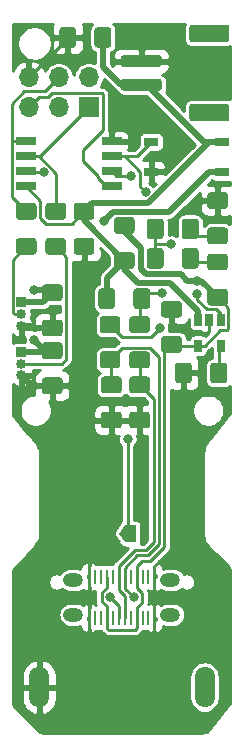
<source format=gbr>
%TF.GenerationSoftware,KiCad,Pcbnew,(5.1.6)-1*%
%TF.CreationDate,2021-10-03T16:09:20-04:00*%
%TF.ProjectId,horny_dom,686f726e-795f-4646-9f6d-2e6b69636164,rev?*%
%TF.SameCoordinates,Original*%
%TF.FileFunction,Copper,L1,Top*%
%TF.FilePolarity,Positive*%
%FSLAX46Y46*%
G04 Gerber Fmt 4.6, Leading zero omitted, Abs format (unit mm)*
G04 Created by KiCad (PCBNEW (5.1.6)-1) date 2021-10-03 16:09:20*
%MOMM*%
%LPD*%
G01*
G04 APERTURE LIST*
%TA.AperFunction,ComponentPad*%
%ADD10O,1.700000X1.700000*%
%TD*%
%TA.AperFunction,ComponentPad*%
%ADD11R,1.700000X1.700000*%
%TD*%
%TA.AperFunction,SMDPad,CuDef*%
%ADD12R,1.200000X0.800000*%
%TD*%
%TA.AperFunction,SMDPad,CuDef*%
%ADD13R,1.700000X0.650000*%
%TD*%
%TA.AperFunction,SMDPad,CuDef*%
%ADD14R,0.650000X1.060000*%
%TD*%
%TA.AperFunction,ComponentPad*%
%ADD15O,1.700000X3.500000*%
%TD*%
%TA.AperFunction,SMDPad,CuDef*%
%ADD16C,0.100000*%
%TD*%
%TA.AperFunction,ComponentPad*%
%ADD17O,0.850000X0.850000*%
%TD*%
%TA.AperFunction,ComponentPad*%
%ADD18R,0.850000X0.850000*%
%TD*%
%TA.AperFunction,ComponentPad*%
%ADD19O,1.700000X1.200000*%
%TD*%
%TA.AperFunction,SMDPad,CuDef*%
%ADD20R,0.270000X1.300000*%
%TD*%
%TA.AperFunction,ViaPad*%
%ADD21C,0.800000*%
%TD*%
%TA.AperFunction,Conductor*%
%ADD22C,0.500000*%
%TD*%
%TA.AperFunction,Conductor*%
%ADD23C,0.250000*%
%TD*%
%TA.AperFunction,Conductor*%
%ADD24C,0.254000*%
%TD*%
G04 APERTURE END LIST*
D10*
%TO.P,Batt,6*%
%TO.N,GND*%
X141820000Y-77460000D03*
%TO.P,Batt,5*%
%TO.N,ISP_RST*%
X141820000Y-80000000D03*
%TO.P,Batt,4*%
%TO.N,LED_DAT_L_ISC_MOSI*%
X144360000Y-77460000D03*
%TO.P,Batt,3*%
%TO.N,FUTURE_USE_ISP_SCK*%
X144360000Y-80000000D03*
%TO.P,Batt,2*%
%TO.N,USBv+*%
X146900000Y-77460000D03*
D11*
%TO.P,Batt,1*%
%TO.N,LED_DAT_R_ISC_MISO*%
X146900000Y-80000000D03*
%TD*%
D12*
%TO.P,U3,3*%
%TO.N,LEDv+*%
X158200000Y-85470000D03*
%TO.P,U3,2*%
%TO.N,GND*%
X152200000Y-85470000D03*
%TO.P,U3,1*%
%TO.N,SSR_LED_EN*%
X152200000Y-82930000D03*
%TO.P,U3,4*%
%TO.N,batt+*%
X158200000Y-82930000D03*
%TD*%
D13*
%TO.P,Tiny85,8*%
%TO.N,batt+*%
X141550000Y-86705000D03*
%TO.P,Tiny85,7*%
%TO.N,FUTURE_USE_ISP_SCK*%
X141550000Y-85435000D03*
%TO.P,Tiny85,6*%
%TO.N,LED_DAT_R_ISC_MISO*%
X141550000Y-84165000D03*
%TO.P,Tiny85,5*%
%TO.N,LED_DAT_L_ISC_MOSI*%
X141550000Y-82895000D03*
%TO.P,Tiny85,4*%
%TO.N,GND*%
X148850000Y-82895000D03*
%TO.P,Tiny85,3*%
%TO.N,SSR_LED_EN*%
X148850000Y-84165000D03*
%TO.P,Tiny85,2*%
%TO.N,MODE_BTN*%
X148850000Y-85435000D03*
%TO.P,Tiny85,1*%
%TO.N,ISP_RST*%
X148850000Y-86705000D03*
%TD*%
D14*
%TO.P,U1,5*%
%TO.N,CHG_RATE_R*%
X158050000Y-100200000D03*
%TO.P,U1,4*%
%TO.N,USBv+*%
X156150000Y-100200000D03*
%TO.P,U1,3*%
%TO.N,batt+*%
X156150000Y-98000000D03*
%TO.P,U1,2*%
%TO.N,GND*%
X157100000Y-98000000D03*
%TO.P,U1,1*%
%TO.N,CHG_STAT*%
X158050000Y-98000000D03*
%TD*%
D15*
%TO.P,SW1,1*%
%TO.N,GND*%
X142700000Y-129100000D03*
%TO.P,SW1,2*%
%TO.N,MODE_BTN*%
X156700000Y-129100000D03*
%TD*%
%TO.P,R8,2*%
%TO.N,batt+*%
%TA.AperFunction,SMDPad,CuDef*%
G36*
G01*
X149125000Y-95575000D02*
X149125000Y-96825000D01*
G75*
G02*
X148875000Y-97075000I-250000J0D01*
G01*
X147950000Y-97075000D01*
G75*
G02*
X147700000Y-96825000I0J250000D01*
G01*
X147700000Y-95575000D01*
G75*
G02*
X147950000Y-95325000I250000J0D01*
G01*
X148875000Y-95325000D01*
G75*
G02*
X149125000Y-95575000I0J-250000D01*
G01*
G37*
%TD.AperFunction*%
%TO.P,R8,1*%
%TO.N,MODE_BTN*%
%TA.AperFunction,SMDPad,CuDef*%
G36*
G01*
X152100000Y-95575000D02*
X152100000Y-96825000D01*
G75*
G02*
X151850000Y-97075000I-250000J0D01*
G01*
X150925000Y-97075000D01*
G75*
G02*
X150675000Y-96825000I0J250000D01*
G01*
X150675000Y-95575000D01*
G75*
G02*
X150925000Y-95325000I250000J0D01*
G01*
X151850000Y-95325000D01*
G75*
G02*
X152100000Y-95575000I0J-250000D01*
G01*
G37*
%TD.AperFunction*%
%TD*%
%TO.P,R7,2*%
%TO.N,USBDDAT-*%
%TA.AperFunction,SMDPad,CuDef*%
G36*
G01*
X148075000Y-100675000D02*
X149325000Y-100675000D01*
G75*
G02*
X149575000Y-100925000I0J-250000D01*
G01*
X149575000Y-101850000D01*
G75*
G02*
X149325000Y-102100000I-250000J0D01*
G01*
X148075000Y-102100000D01*
G75*
G02*
X147825000Y-101850000I0J250000D01*
G01*
X147825000Y-100925000D01*
G75*
G02*
X148075000Y-100675000I250000J0D01*
G01*
G37*
%TD.AperFunction*%
%TO.P,R7,1*%
%TO.N,SSR_LED_EN*%
%TA.AperFunction,SMDPad,CuDef*%
G36*
G01*
X148075000Y-97700000D02*
X149325000Y-97700000D01*
G75*
G02*
X149575000Y-97950000I0J-250000D01*
G01*
X149575000Y-98875000D01*
G75*
G02*
X149325000Y-99125000I-250000J0D01*
G01*
X148075000Y-99125000D01*
G75*
G02*
X147825000Y-98875000I0J250000D01*
G01*
X147825000Y-97950000D01*
G75*
G02*
X148075000Y-97700000I250000J0D01*
G01*
G37*
%TD.AperFunction*%
%TD*%
%TO.P,R6,2*%
%TO.N,USBDAT+*%
%TA.AperFunction,SMDPad,CuDef*%
G36*
G01*
X150575000Y-100675000D02*
X151825000Y-100675000D01*
G75*
G02*
X152075000Y-100925000I0J-250000D01*
G01*
X152075000Y-101850000D01*
G75*
G02*
X151825000Y-102100000I-250000J0D01*
G01*
X150575000Y-102100000D01*
G75*
G02*
X150325000Y-101850000I0J250000D01*
G01*
X150325000Y-100925000D01*
G75*
G02*
X150575000Y-100675000I250000J0D01*
G01*
G37*
%TD.AperFunction*%
%TO.P,R6,1*%
%TO.N,MODE_BTN*%
%TA.AperFunction,SMDPad,CuDef*%
G36*
G01*
X150575000Y-97700000D02*
X151825000Y-97700000D01*
G75*
G02*
X152075000Y-97950000I0J-250000D01*
G01*
X152075000Y-98875000D01*
G75*
G02*
X151825000Y-99125000I-250000J0D01*
G01*
X150575000Y-99125000D01*
G75*
G02*
X150325000Y-98875000I0J250000D01*
G01*
X150325000Y-97950000D01*
G75*
G02*
X150575000Y-97700000I250000J0D01*
G01*
G37*
%TD.AperFunction*%
%TD*%
%TO.P,R5,2*%
%TO.N,LED_DAT_R_ISC_MISO*%
%TA.AperFunction,SMDPad,CuDef*%
G36*
G01*
X144725000Y-89525000D02*
X143475000Y-89525000D01*
G75*
G02*
X143225000Y-89275000I0J250000D01*
G01*
X143225000Y-88350000D01*
G75*
G02*
X143475000Y-88100000I250000J0D01*
G01*
X144725000Y-88100000D01*
G75*
G02*
X144975000Y-88350000I0J-250000D01*
G01*
X144975000Y-89275000D01*
G75*
G02*
X144725000Y-89525000I-250000J0D01*
G01*
G37*
%TD.AperFunction*%
%TO.P,R5,1*%
%TO.N,LED_DAT_R_CLEAN*%
%TA.AperFunction,SMDPad,CuDef*%
G36*
G01*
X144725000Y-92500000D02*
X143475000Y-92500000D01*
G75*
G02*
X143225000Y-92250000I0J250000D01*
G01*
X143225000Y-91325000D01*
G75*
G02*
X143475000Y-91075000I250000J0D01*
G01*
X144725000Y-91075000D01*
G75*
G02*
X144975000Y-91325000I0J-250000D01*
G01*
X144975000Y-92250000D01*
G75*
G02*
X144725000Y-92500000I-250000J0D01*
G01*
G37*
%TD.AperFunction*%
%TD*%
%TO.P,R4,2*%
%TO.N,LED_DAT_L_CLEAN*%
%TA.AperFunction,SMDPad,CuDef*%
G36*
G01*
X140975000Y-91075000D02*
X142225000Y-91075000D01*
G75*
G02*
X142475000Y-91325000I0J-250000D01*
G01*
X142475000Y-92250000D01*
G75*
G02*
X142225000Y-92500000I-250000J0D01*
G01*
X140975000Y-92500000D01*
G75*
G02*
X140725000Y-92250000I0J250000D01*
G01*
X140725000Y-91325000D01*
G75*
G02*
X140975000Y-91075000I250000J0D01*
G01*
G37*
%TD.AperFunction*%
%TO.P,R4,1*%
%TO.N,LED_DAT_L_ISC_MOSI*%
%TA.AperFunction,SMDPad,CuDef*%
G36*
G01*
X140975000Y-88100000D02*
X142225000Y-88100000D01*
G75*
G02*
X142475000Y-88350000I0J-250000D01*
G01*
X142475000Y-89275000D01*
G75*
G02*
X142225000Y-89525000I-250000J0D01*
G01*
X140975000Y-89525000D01*
G75*
G02*
X140725000Y-89275000I0J250000D01*
G01*
X140725000Y-88350000D01*
G75*
G02*
X140975000Y-88100000I250000J0D01*
G01*
G37*
%TD.AperFunction*%
%TD*%
%TO.P,R3,2*%
%TO.N,CHG_STAT*%
%TA.AperFunction,SMDPad,CuDef*%
G36*
G01*
X153225000Y-92175000D02*
X153225000Y-93425000D01*
G75*
G02*
X152975000Y-93675000I-250000J0D01*
G01*
X152050000Y-93675000D01*
G75*
G02*
X151800000Y-93425000I0J250000D01*
G01*
X151800000Y-92175000D01*
G75*
G02*
X152050000Y-91925000I250000J0D01*
G01*
X152975000Y-91925000D01*
G75*
G02*
X153225000Y-92175000I0J-250000D01*
G01*
G37*
%TD.AperFunction*%
%TO.P,R3,1*%
%TO.N,CHG_PROG_RED*%
%TA.AperFunction,SMDPad,CuDef*%
G36*
G01*
X156200000Y-92175000D02*
X156200000Y-93425000D01*
G75*
G02*
X155950000Y-93675000I-250000J0D01*
G01*
X155025000Y-93675000D01*
G75*
G02*
X154775000Y-93425000I0J250000D01*
G01*
X154775000Y-92175000D01*
G75*
G02*
X155025000Y-91925000I250000J0D01*
G01*
X155950000Y-91925000D01*
G75*
G02*
X156200000Y-92175000I0J-250000D01*
G01*
G37*
%TD.AperFunction*%
%TD*%
%TO.P,R2,2*%
%TO.N,CHG_FULL_GREEN*%
%TA.AperFunction,SMDPad,CuDef*%
G36*
G01*
X154775000Y-90925000D02*
X154775000Y-89675000D01*
G75*
G02*
X155025000Y-89425000I250000J0D01*
G01*
X155950000Y-89425000D01*
G75*
G02*
X156200000Y-89675000I0J-250000D01*
G01*
X156200000Y-90925000D01*
G75*
G02*
X155950000Y-91175000I-250000J0D01*
G01*
X155025000Y-91175000D01*
G75*
G02*
X154775000Y-90925000I0J250000D01*
G01*
G37*
%TD.AperFunction*%
%TO.P,R2,1*%
%TO.N,CHG_STAT*%
%TA.AperFunction,SMDPad,CuDef*%
G36*
G01*
X151800000Y-90925000D02*
X151800000Y-89675000D01*
G75*
G02*
X152050000Y-89425000I250000J0D01*
G01*
X152975000Y-89425000D01*
G75*
G02*
X153225000Y-89675000I0J-250000D01*
G01*
X153225000Y-90925000D01*
G75*
G02*
X152975000Y-91175000I-250000J0D01*
G01*
X152050000Y-91175000D01*
G75*
G02*
X151800000Y-90925000I0J250000D01*
G01*
G37*
%TD.AperFunction*%
%TD*%
%TO.P,R1,2*%
%TO.N,CHG_RATE_R*%
%TA.AperFunction,SMDPad,CuDef*%
G36*
G01*
X157175000Y-103125000D02*
X157175000Y-101875000D01*
G75*
G02*
X157425000Y-101625000I250000J0D01*
G01*
X158350000Y-101625000D01*
G75*
G02*
X158600000Y-101875000I0J-250000D01*
G01*
X158600000Y-103125000D01*
G75*
G02*
X158350000Y-103375000I-250000J0D01*
G01*
X157425000Y-103375000D01*
G75*
G02*
X157175000Y-103125000I0J250000D01*
G01*
G37*
%TD.AperFunction*%
%TO.P,R1,1*%
%TO.N,GND*%
%TA.AperFunction,SMDPad,CuDef*%
G36*
G01*
X154200000Y-103125000D02*
X154200000Y-101875000D01*
G75*
G02*
X154450000Y-101625000I250000J0D01*
G01*
X155375000Y-101625000D01*
G75*
G02*
X155625000Y-101875000I0J-250000D01*
G01*
X155625000Y-103125000D01*
G75*
G02*
X155375000Y-103375000I-250000J0D01*
G01*
X154450000Y-103375000D01*
G75*
G02*
X154200000Y-103125000I0J250000D01*
G01*
G37*
%TD.AperFunction*%
%TD*%
%TA.AperFunction,SMDPad,CuDef*%
D16*
%TO.P,JP1,1*%
%TO.N,FUTURE_USE_ISP_SCK*%
G36*
X149425000Y-116100000D02*
G01*
X149925000Y-115350000D01*
X150925000Y-115350000D01*
X150925000Y-116850000D01*
X149925000Y-116850000D01*
X149425000Y-116100000D01*
G37*
%TD.AperFunction*%
%TA.AperFunction,SMDPad,CuDef*%
%TO.P,JP1,2*%
%TO.N,GND*%
G36*
X148475000Y-115350000D02*
G01*
X149625000Y-115350000D01*
X149125000Y-116100000D01*
X149625000Y-116850000D01*
X148475000Y-116850000D01*
X148475000Y-115350000D01*
G37*
%TD.AperFunction*%
%TD*%
D17*
%TO.P,LED,3*%
%TO.N,GND*%
X141200000Y-102700000D03*
%TO.P,LED,2*%
%TO.N,LED_DAT_R_CLEAN*%
X141200000Y-101700000D03*
D18*
%TO.P,LED,1*%
%TO.N,LEDv+*%
X141200000Y-100700000D03*
%TD*%
D17*
%TO.P,LED,3*%
%TO.N,GND*%
X141200000Y-98500000D03*
%TO.P,LED,2*%
%TO.N,LED_DAT_L_CLEAN*%
X141200000Y-97500000D03*
D18*
%TO.P,LED,1*%
%TO.N,LEDv+*%
X141200000Y-96500000D03*
%TD*%
D19*
%TO.P,J1,S1*%
%TO.N,Net-(J1-PadS1)*%
X153800000Y-122970000D03*
X153800000Y-120030000D03*
X145600000Y-122970000D03*
D20*
%TO.P,J1,B12*%
%TO.N,GND*%
X146950000Y-123250000D03*
%TO.P,J1,B11*%
%TO.N,Net-(J1-PadB11)*%
X147450000Y-123250000D03*
%TO.P,J1,B10*%
%TO.N,Net-(J1-PadB10)*%
X147950000Y-123250000D03*
%TO.P,J1,B9*%
%TO.N,USBv+*%
X148450000Y-123250000D03*
%TO.P,J1,B8*%
%TO.N,Net-(J1-PadB8)*%
X148950000Y-123250000D03*
%TO.P,J1,B7*%
%TO.N,USBDDAT-*%
X149450000Y-123250000D03*
%TO.P,J1,B6*%
%TO.N,USBDAT+*%
X149950000Y-123250000D03*
%TO.P,J1,B5*%
%TO.N,Net-(J1-PadB5)*%
X150450000Y-123250000D03*
%TO.P,J1,B4*%
%TO.N,USBv+*%
X150950000Y-123250000D03*
%TO.P,J1,B3*%
%TO.N,Net-(J1-PadB3)*%
X151450000Y-123250000D03*
%TO.P,J1,B2*%
%TO.N,Net-(J1-PadB2)*%
X151950000Y-123250000D03*
%TO.P,J1,B1*%
%TO.N,GND*%
X152450000Y-123250000D03*
%TO.P,J1,A11*%
%TO.N,Net-(J1-PadA11)*%
X151950000Y-119750000D03*
%TO.P,J1,A8*%
%TO.N,Net-(J1-PadA8)*%
X150450000Y-119750000D03*
%TO.P,J1,A9*%
%TO.N,USBv+*%
X150950000Y-119750000D03*
%TO.P,J1,A10*%
%TO.N,Net-(J1-PadA10)*%
X151450000Y-119750000D03*
%TO.P,J1,A12*%
%TO.N,GND*%
X152450000Y-119750000D03*
%TO.P,J1,A7*%
%TO.N,USBDDAT-*%
X149950000Y-119750000D03*
%TO.P,J1,A6*%
%TO.N,USBDAT+*%
X149450000Y-119750000D03*
%TO.P,J1,A5*%
%TO.N,Net-(J1-PadA5)*%
X148950000Y-119750000D03*
%TO.P,J1,A4*%
%TO.N,USBv+*%
X148450000Y-119750000D03*
%TO.P,J1,A3*%
%TO.N,Net-(J1-PadA3)*%
X147950000Y-119750000D03*
%TO.P,J1,A2*%
%TO.N,Net-(J1-PadA2)*%
X147450000Y-119750000D03*
%TO.P,J1,A1*%
%TO.N,GND*%
X146950000Y-119750000D03*
D19*
%TO.P,J1,S1*%
%TO.N,Net-(J1-PadS1)*%
X145600000Y-120030000D03*
%TD*%
%TO.P,D5,2*%
%TO.N,batt+*%
%TA.AperFunction,SMDPad,CuDef*%
G36*
G01*
X149275000Y-92275000D02*
X150525000Y-92275000D01*
G75*
G02*
X150775000Y-92525000I0J-250000D01*
G01*
X150775000Y-93450000D01*
G75*
G02*
X150525000Y-93700000I-250000J0D01*
G01*
X149275000Y-93700000D01*
G75*
G02*
X149025000Y-93450000I0J250000D01*
G01*
X149025000Y-92525000D01*
G75*
G02*
X149275000Y-92275000I250000J0D01*
G01*
G37*
%TD.AperFunction*%
%TO.P,D5,1*%
%TO.N,USBv+*%
%TA.AperFunction,SMDPad,CuDef*%
G36*
G01*
X149275000Y-89300000D02*
X150525000Y-89300000D01*
G75*
G02*
X150775000Y-89550000I0J-250000D01*
G01*
X150775000Y-90475000D01*
G75*
G02*
X150525000Y-90725000I-250000J0D01*
G01*
X149275000Y-90725000D01*
G75*
G02*
X149025000Y-90475000I0J250000D01*
G01*
X149025000Y-89550000D01*
G75*
G02*
X149275000Y-89300000I250000J0D01*
G01*
G37*
%TD.AperFunction*%
%TD*%
%TO.P,D4,2*%
%TO.N,GND*%
%TA.AperFunction,SMDPad,CuDef*%
G36*
G01*
X148175000Y-105775000D02*
X149425000Y-105775000D01*
G75*
G02*
X149675000Y-106025000I0J-250000D01*
G01*
X149675000Y-106950000D01*
G75*
G02*
X149425000Y-107200000I-250000J0D01*
G01*
X148175000Y-107200000D01*
G75*
G02*
X147925000Y-106950000I0J250000D01*
G01*
X147925000Y-106025000D01*
G75*
G02*
X148175000Y-105775000I250000J0D01*
G01*
G37*
%TD.AperFunction*%
%TO.P,D4,1*%
%TO.N,USBDDAT-*%
%TA.AperFunction,SMDPad,CuDef*%
G36*
G01*
X148175000Y-102800000D02*
X149425000Y-102800000D01*
G75*
G02*
X149675000Y-103050000I0J-250000D01*
G01*
X149675000Y-103975000D01*
G75*
G02*
X149425000Y-104225000I-250000J0D01*
G01*
X148175000Y-104225000D01*
G75*
G02*
X147925000Y-103975000I0J250000D01*
G01*
X147925000Y-103050000D01*
G75*
G02*
X148175000Y-102800000I250000J0D01*
G01*
G37*
%TD.AperFunction*%
%TD*%
%TO.P,D3,2*%
%TO.N,GND*%
%TA.AperFunction,SMDPad,CuDef*%
G36*
G01*
X150575000Y-105775000D02*
X151825000Y-105775000D01*
G75*
G02*
X152075000Y-106025000I0J-250000D01*
G01*
X152075000Y-106950000D01*
G75*
G02*
X151825000Y-107200000I-250000J0D01*
G01*
X150575000Y-107200000D01*
G75*
G02*
X150325000Y-106950000I0J250000D01*
G01*
X150325000Y-106025000D01*
G75*
G02*
X150575000Y-105775000I250000J0D01*
G01*
G37*
%TD.AperFunction*%
%TO.P,D3,1*%
%TO.N,USBDAT+*%
%TA.AperFunction,SMDPad,CuDef*%
G36*
G01*
X150575000Y-102800000D02*
X151825000Y-102800000D01*
G75*
G02*
X152075000Y-103050000I0J-250000D01*
G01*
X152075000Y-103975000D01*
G75*
G02*
X151825000Y-104225000I-250000J0D01*
G01*
X150575000Y-104225000D01*
G75*
G02*
X150325000Y-103975000I0J250000D01*
G01*
X150325000Y-103050000D01*
G75*
G02*
X150575000Y-102800000I250000J0D01*
G01*
G37*
%TD.AperFunction*%
%TD*%
%TO.P,D2,2*%
%TO.N,USBv+*%
%TA.AperFunction,SMDPad,CuDef*%
G36*
G01*
X157175000Y-95375000D02*
X158425000Y-95375000D01*
G75*
G02*
X158675000Y-95625000I0J-250000D01*
G01*
X158675000Y-96550000D01*
G75*
G02*
X158425000Y-96800000I-250000J0D01*
G01*
X157175000Y-96800000D01*
G75*
G02*
X156925000Y-96550000I0J250000D01*
G01*
X156925000Y-95625000D01*
G75*
G02*
X157175000Y-95375000I250000J0D01*
G01*
G37*
%TD.AperFunction*%
%TO.P,D2,1*%
%TO.N,CHG_PROG_RED*%
%TA.AperFunction,SMDPad,CuDef*%
G36*
G01*
X157175000Y-92400000D02*
X158425000Y-92400000D01*
G75*
G02*
X158675000Y-92650000I0J-250000D01*
G01*
X158675000Y-93575000D01*
G75*
G02*
X158425000Y-93825000I-250000J0D01*
G01*
X157175000Y-93825000D01*
G75*
G02*
X156925000Y-93575000I0J250000D01*
G01*
X156925000Y-92650000D01*
G75*
G02*
X157175000Y-92400000I250000J0D01*
G01*
G37*
%TD.AperFunction*%
%TD*%
%TO.P,D1,2*%
%TO.N,CHG_FULL_GREEN*%
%TA.AperFunction,SMDPad,CuDef*%
G36*
G01*
X157175000Y-90175000D02*
X158425000Y-90175000D01*
G75*
G02*
X158675000Y-90425000I0J-250000D01*
G01*
X158675000Y-91350000D01*
G75*
G02*
X158425000Y-91600000I-250000J0D01*
G01*
X157175000Y-91600000D01*
G75*
G02*
X156925000Y-91350000I0J250000D01*
G01*
X156925000Y-90425000D01*
G75*
G02*
X157175000Y-90175000I250000J0D01*
G01*
G37*
%TD.AperFunction*%
%TO.P,D1,1*%
%TO.N,GND*%
%TA.AperFunction,SMDPad,CuDef*%
G36*
G01*
X157175000Y-87200000D02*
X158425000Y-87200000D01*
G75*
G02*
X158675000Y-87450000I0J-250000D01*
G01*
X158675000Y-88375000D01*
G75*
G02*
X158425000Y-88625000I-250000J0D01*
G01*
X157175000Y-88625000D01*
G75*
G02*
X156925000Y-88375000I0J250000D01*
G01*
X156925000Y-87450000D01*
G75*
G02*
X157175000Y-87200000I250000J0D01*
G01*
G37*
%TD.AperFunction*%
%TD*%
%TO.P,C5,2*%
%TO.N,GND*%
%TA.AperFunction,SMDPad,CuDef*%
G36*
G01*
X143175000Y-102875000D02*
X144425000Y-102875000D01*
G75*
G02*
X144675000Y-103125000I0J-250000D01*
G01*
X144675000Y-104050000D01*
G75*
G02*
X144425000Y-104300000I-250000J0D01*
G01*
X143175000Y-104300000D01*
G75*
G02*
X142925000Y-104050000I0J250000D01*
G01*
X142925000Y-103125000D01*
G75*
G02*
X143175000Y-102875000I250000J0D01*
G01*
G37*
%TD.AperFunction*%
%TO.P,C5,1*%
%TO.N,LEDv+*%
%TA.AperFunction,SMDPad,CuDef*%
G36*
G01*
X143175000Y-99900000D02*
X144425000Y-99900000D01*
G75*
G02*
X144675000Y-100150000I0J-250000D01*
G01*
X144675000Y-101075000D01*
G75*
G02*
X144425000Y-101325000I-250000J0D01*
G01*
X143175000Y-101325000D01*
G75*
G02*
X142925000Y-101075000I0J250000D01*
G01*
X142925000Y-100150000D01*
G75*
G02*
X143175000Y-99900000I250000J0D01*
G01*
G37*
%TD.AperFunction*%
%TD*%
%TO.P,C4,2*%
%TO.N,GND*%
%TA.AperFunction,SMDPad,CuDef*%
G36*
G01*
X143175000Y-97975000D02*
X144425000Y-97975000D01*
G75*
G02*
X144675000Y-98225000I0J-250000D01*
G01*
X144675000Y-99150000D01*
G75*
G02*
X144425000Y-99400000I-250000J0D01*
G01*
X143175000Y-99400000D01*
G75*
G02*
X142925000Y-99150000I0J250000D01*
G01*
X142925000Y-98225000D01*
G75*
G02*
X143175000Y-97975000I250000J0D01*
G01*
G37*
%TD.AperFunction*%
%TO.P,C4,1*%
%TO.N,LEDv+*%
%TA.AperFunction,SMDPad,CuDef*%
G36*
G01*
X143175000Y-95000000D02*
X144425000Y-95000000D01*
G75*
G02*
X144675000Y-95250000I0J-250000D01*
G01*
X144675000Y-96175000D01*
G75*
G02*
X144425000Y-96425000I-250000J0D01*
G01*
X143175000Y-96425000D01*
G75*
G02*
X142925000Y-96175000I0J250000D01*
G01*
X142925000Y-95250000D01*
G75*
G02*
X143175000Y-95000000I250000J0D01*
G01*
G37*
%TD.AperFunction*%
%TD*%
%TO.P,C3,2*%
%TO.N,batt+*%
%TA.AperFunction,SMDPad,CuDef*%
G36*
G01*
X147125000Y-89525000D02*
X145875000Y-89525000D01*
G75*
G02*
X145625000Y-89275000I0J250000D01*
G01*
X145625000Y-88350000D01*
G75*
G02*
X145875000Y-88100000I250000J0D01*
G01*
X147125000Y-88100000D01*
G75*
G02*
X147375000Y-88350000I0J-250000D01*
G01*
X147375000Y-89275000D01*
G75*
G02*
X147125000Y-89525000I-250000J0D01*
G01*
G37*
%TD.AperFunction*%
%TO.P,C3,1*%
%TO.N,GND*%
%TA.AperFunction,SMDPad,CuDef*%
G36*
G01*
X147125000Y-92500000D02*
X145875000Y-92500000D01*
G75*
G02*
X145625000Y-92250000I0J250000D01*
G01*
X145625000Y-91325000D01*
G75*
G02*
X145875000Y-91075000I250000J0D01*
G01*
X147125000Y-91075000D01*
G75*
G02*
X147375000Y-91325000I0J-250000D01*
G01*
X147375000Y-92250000D01*
G75*
G02*
X147125000Y-92500000I-250000J0D01*
G01*
G37*
%TD.AperFunction*%
%TD*%
%TO.P,C2,2*%
%TO.N,USBv+*%
%TA.AperFunction,SMDPad,CuDef*%
G36*
G01*
X153275000Y-99375000D02*
X154525000Y-99375000D01*
G75*
G02*
X154775000Y-99625000I0J-250000D01*
G01*
X154775000Y-100550000D01*
G75*
G02*
X154525000Y-100800000I-250000J0D01*
G01*
X153275000Y-100800000D01*
G75*
G02*
X153025000Y-100550000I0J250000D01*
G01*
X153025000Y-99625000D01*
G75*
G02*
X153275000Y-99375000I250000J0D01*
G01*
G37*
%TD.AperFunction*%
%TO.P,C2,1*%
%TO.N,GND*%
%TA.AperFunction,SMDPad,CuDef*%
G36*
G01*
X153275000Y-96400000D02*
X154525000Y-96400000D01*
G75*
G02*
X154775000Y-96650000I0J-250000D01*
G01*
X154775000Y-97575000D01*
G75*
G02*
X154525000Y-97825000I-250000J0D01*
G01*
X153275000Y-97825000D01*
G75*
G02*
X153025000Y-97575000I0J250000D01*
G01*
X153025000Y-96650000D01*
G75*
G02*
X153275000Y-96400000I250000J0D01*
G01*
G37*
%TD.AperFunction*%
%TD*%
%TO.P,C1,2*%
%TO.N,GND*%
%TA.AperFunction,SMDPad,CuDef*%
G36*
G01*
X145825000Y-73475000D02*
X145825000Y-74725000D01*
G75*
G02*
X145575000Y-74975000I-250000J0D01*
G01*
X144650000Y-74975000D01*
G75*
G02*
X144400000Y-74725000I0J250000D01*
G01*
X144400000Y-73475000D01*
G75*
G02*
X144650000Y-73225000I250000J0D01*
G01*
X145575000Y-73225000D01*
G75*
G02*
X145825000Y-73475000I0J-250000D01*
G01*
G37*
%TD.AperFunction*%
%TO.P,C1,1*%
%TO.N,batt+*%
%TA.AperFunction,SMDPad,CuDef*%
G36*
G01*
X148800000Y-73475000D02*
X148800000Y-74725000D01*
G75*
G02*
X148550000Y-74975000I-250000J0D01*
G01*
X147625000Y-74975000D01*
G75*
G02*
X147375000Y-74725000I0J250000D01*
G01*
X147375000Y-73475000D01*
G75*
G02*
X147625000Y-73225000I250000J0D01*
G01*
X148550000Y-73225000D01*
G75*
G02*
X148800000Y-73475000I0J-250000D01*
G01*
G37*
%TD.AperFunction*%
%TD*%
%TO.P,BT1,MP*%
%TO.N,N/C*%
%TA.AperFunction,SMDPad,CuDef*%
G36*
G01*
X158550000Y-74500000D02*
X155650000Y-74500000D01*
G75*
G02*
X155400000Y-74250000I0J250000D01*
G01*
X155400000Y-73250000D01*
G75*
G02*
X155650000Y-73000000I250000J0D01*
G01*
X158550000Y-73000000D01*
G75*
G02*
X158800000Y-73250000I0J-250000D01*
G01*
X158800000Y-74250000D01*
G75*
G02*
X158550000Y-74500000I-250000J0D01*
G01*
G37*
%TD.AperFunction*%
%TA.AperFunction,SMDPad,CuDef*%
G36*
G01*
X158550000Y-81200000D02*
X155650000Y-81200000D01*
G75*
G02*
X155400000Y-80950000I0J250000D01*
G01*
X155400000Y-79950000D01*
G75*
G02*
X155650000Y-79700000I250000J0D01*
G01*
X158550000Y-79700000D01*
G75*
G02*
X158800000Y-79950000I0J-250000D01*
G01*
X158800000Y-80950000D01*
G75*
G02*
X158550000Y-81200000I-250000J0D01*
G01*
G37*
%TD.AperFunction*%
%TO.P,BT1,2*%
%TO.N,GND*%
%TA.AperFunction,SMDPad,CuDef*%
G36*
G01*
X152850000Y-76600000D02*
X149850000Y-76600000D01*
G75*
G02*
X149600000Y-76350000I0J250000D01*
G01*
X149600000Y-75850000D01*
G75*
G02*
X149850000Y-75600000I250000J0D01*
G01*
X152850000Y-75600000D01*
G75*
G02*
X153100000Y-75850000I0J-250000D01*
G01*
X153100000Y-76350000D01*
G75*
G02*
X152850000Y-76600000I-250000J0D01*
G01*
G37*
%TD.AperFunction*%
%TO.P,BT1,1*%
%TO.N,batt+*%
%TA.AperFunction,SMDPad,CuDef*%
G36*
G01*
X152850000Y-78600000D02*
X149850000Y-78600000D01*
G75*
G02*
X149600000Y-78350000I0J250000D01*
G01*
X149600000Y-77850000D01*
G75*
G02*
X149850000Y-77600000I250000J0D01*
G01*
X152850000Y-77600000D01*
G75*
G02*
X153100000Y-77850000I0J-250000D01*
G01*
X153100000Y-78350000D01*
G75*
G02*
X152850000Y-78600000I-250000J0D01*
G01*
G37*
%TD.AperFunction*%
%TD*%
D21*
%TO.N,GND*%
X150600000Y-83400000D03*
X154500000Y-79100000D03*
X157800000Y-89500000D03*
X154300000Y-98700000D03*
X143800000Y-97200000D03*
X149700000Y-74000000D03*
%TO.N,USBv+*%
X156100000Y-94700000D03*
%TO.N,LEDv+*%
X142300000Y-99700000D03*
X142300000Y-95500000D03*
X148200000Y-89635034D03*
%TO.N,USBDDAT-*%
X148700000Y-121500000D03*
X150700000Y-121500000D03*
%TO.N,FUTURE_USE_ISP_SCK*%
X143100000Y-85500000D03*
X150200000Y-108100000D03*
%TO.N,CHG_STAT*%
X153900000Y-91600000D03*
X156100000Y-95800000D03*
%TO.N,MODE_BTN*%
X150500000Y-85800000D03*
X153100000Y-95700000D03*
%TO.N,SSR_LED_EN*%
X152900000Y-98700000D03*
X151700000Y-87200000D03*
%TD*%
D22*
%TO.N,GND*%
X142087500Y-103587500D02*
X141200000Y-102700000D01*
X143800000Y-103587500D02*
X142087500Y-103587500D01*
X141387500Y-98687500D02*
X141200000Y-98500000D01*
X143800000Y-98687500D02*
X141387500Y-98687500D01*
D23*
X145112500Y-74167500D02*
X145112500Y-74100000D01*
X141820000Y-77460000D02*
X145112500Y-74167500D01*
X152450000Y-119750000D02*
X152450000Y-120050000D01*
X157100000Y-98000000D02*
X157100000Y-99000000D01*
X157100000Y-99000000D02*
X156900000Y-99200000D01*
X152450000Y-120350000D02*
X152450000Y-123250000D01*
X152450000Y-119750000D02*
X152450000Y-120350000D01*
X146950000Y-119750000D02*
X146950000Y-123250000D01*
X146950000Y-119750000D02*
X146950000Y-118250000D01*
X152450000Y-119750000D02*
X152450000Y-118850000D01*
X152450000Y-118850000D02*
X152900000Y-118400000D01*
X146950000Y-123250000D02*
X146950000Y-124650000D01*
X152450000Y-123250000D02*
X152450000Y-124450000D01*
D22*
%TO.N,batt+*%
X148087500Y-76587500D02*
X148087500Y-74100000D01*
X149600000Y-78100000D02*
X148087500Y-76587500D01*
X151350000Y-78100000D02*
X149600000Y-78100000D01*
X151810034Y-78100000D02*
X151350000Y-78100000D01*
X156640034Y-82930000D02*
X151810034Y-78100000D01*
X158200000Y-82930000D02*
X156640034Y-82930000D01*
D23*
X143236820Y-89850010D02*
X142800010Y-89413200D01*
X142800010Y-87955010D02*
X141550000Y-86705000D01*
X142800010Y-89413200D02*
X142800010Y-87955010D01*
X145462490Y-89850010D02*
X143236820Y-89850010D01*
X146500000Y-88812500D02*
X145462490Y-89850010D01*
D22*
X148412500Y-94475000D02*
X149900000Y-92987500D01*
X148412500Y-96000000D02*
X148412500Y-94475000D01*
X146500000Y-89587500D02*
X149900000Y-92987500D01*
X146500000Y-88812500D02*
X146500000Y-89587500D01*
X147162520Y-88149980D02*
X146500000Y-88812500D01*
X151880020Y-88149980D02*
X147162520Y-88149980D01*
X157100000Y-82930000D02*
X151880020Y-88149980D01*
X158200000Y-82930000D02*
X157100000Y-82930000D01*
X153739956Y-94874990D02*
X156150000Y-97285034D01*
X156150000Y-97285034D02*
X156150000Y-98000000D01*
X151074990Y-94874990D02*
X153739956Y-94874990D01*
X149900000Y-93700000D02*
X151074990Y-94874990D01*
X149900000Y-92987500D02*
X149900000Y-93700000D01*
D23*
%TO.N,USBv+*%
X154012500Y-100200000D02*
X153900000Y-100087500D01*
X156150000Y-100200000D02*
X154012500Y-100200000D01*
D22*
X156412500Y-94700000D02*
X157800000Y-96087500D01*
X156100000Y-94700000D02*
X156412500Y-94700000D01*
X151349990Y-91949990D02*
X151349990Y-93714956D01*
X151760044Y-94125010D02*
X154674990Y-94125010D01*
X151349990Y-93714956D02*
X151760044Y-94125010D01*
X149900000Y-90012500D02*
X149900000Y-90500000D01*
X149900000Y-90500000D02*
X151349990Y-91949990D01*
X155249980Y-94700000D02*
X156100000Y-94700000D01*
X154674990Y-94125010D02*
X155249980Y-94700000D01*
D23*
X148450000Y-120620002D02*
X148450000Y-119750000D01*
X147974999Y-121848001D02*
X147974999Y-121095003D01*
X148450000Y-122323002D02*
X147974999Y-121848001D01*
X147974999Y-121095003D02*
X148450000Y-120620002D01*
X148450000Y-123250000D02*
X148450000Y-122323002D01*
X150950000Y-122379998D02*
X150950000Y-123250000D01*
X151425001Y-121904997D02*
X150950000Y-122379998D01*
X151425001Y-121151999D02*
X151425001Y-121904997D01*
X150950000Y-120676998D02*
X151425001Y-121151999D01*
X150950000Y-119750000D02*
X150950000Y-120676998D01*
X148450000Y-124120002D02*
X148450000Y-123250000D01*
X150845001Y-124225001D02*
X148554999Y-124225001D01*
X150950000Y-124120002D02*
X150845001Y-124225001D01*
X148554999Y-124225001D02*
X148450000Y-124120002D01*
X150950000Y-123250000D02*
X150950000Y-124120002D01*
X153300030Y-117207426D02*
X153300030Y-100687470D01*
X150950000Y-119750000D02*
X150989999Y-119710001D01*
X150989999Y-118839999D02*
X151429980Y-118400018D01*
X153300030Y-100687470D02*
X153900000Y-100087500D01*
X150989999Y-119710001D02*
X150989999Y-118839999D01*
X151429980Y-118400018D02*
X152107438Y-118400018D01*
X152107438Y-118400018D02*
X153300030Y-117207426D01*
X158700001Y-96987501D02*
X157800000Y-96087500D01*
X156150000Y-100200000D02*
X156700000Y-100200000D01*
X156700000Y-100200000D02*
X158044999Y-98855001D01*
X158044999Y-98855001D02*
X158635001Y-98855001D01*
X158635001Y-98855001D02*
X158700001Y-98790001D01*
X158700001Y-98790001D02*
X158700001Y-96987501D01*
D22*
%TO.N,LEDv+*%
X143012500Y-96500000D02*
X143800000Y-95712500D01*
X141100000Y-96500000D02*
X143012500Y-96500000D01*
X143712500Y-100700000D02*
X143800000Y-100612500D01*
X141100000Y-100700000D02*
X143712500Y-100700000D01*
X153720010Y-88849990D02*
X148985044Y-88849990D01*
X148985044Y-88849990D02*
X148200000Y-89635034D01*
X158200000Y-85470000D02*
X157100000Y-85470000D01*
X157100000Y-85470000D02*
X153720010Y-88849990D01*
X148200000Y-89635034D02*
X148200000Y-89635034D01*
X143587500Y-95500000D02*
X143800000Y-95712500D01*
X142300000Y-95500000D02*
X143587500Y-95500000D01*
X143212500Y-100612500D02*
X143800000Y-100612500D01*
X142300000Y-99700000D02*
X143212500Y-100612500D01*
D23*
%TO.N,CHG_FULL_GREEN*%
X156075000Y-90887500D02*
X155487500Y-90300000D01*
X157800000Y-90887500D02*
X156075000Y-90887500D01*
%TO.N,CHG_PROG_RED*%
X155800000Y-93112500D02*
X155487500Y-92800000D01*
X157800000Y-93112500D02*
X155800000Y-93112500D01*
%TO.N,USBDAT+*%
X151200000Y-103512500D02*
X151200000Y-101387500D01*
X149950000Y-121386410D02*
X149950000Y-123250000D01*
X149450000Y-120886410D02*
X149950000Y-121386410D01*
X149450000Y-119750000D02*
X149450000Y-120886410D01*
X149450000Y-119750000D02*
X149450000Y-119050000D01*
X149450000Y-119050000D02*
X149450000Y-118879998D01*
X152400010Y-104712510D02*
X151200000Y-103512500D01*
X149450000Y-118850000D02*
X150800000Y-117500000D01*
X150800000Y-117500000D02*
X151734636Y-117500000D01*
X149450000Y-119050000D02*
X149450000Y-118850000D01*
X151734636Y-117500000D02*
X152400010Y-116834626D01*
X152400010Y-116834626D02*
X152400010Y-104712510D01*
%TO.N,USBDDAT-*%
X148800000Y-101487500D02*
X148700000Y-101387500D01*
X148800000Y-103512500D02*
X148800000Y-101487500D01*
X149450000Y-122250000D02*
X149450000Y-123250000D01*
X148700000Y-121500000D02*
X149450000Y-122250000D01*
X149950000Y-120750000D02*
X149950000Y-119750000D01*
X150700000Y-121500000D02*
X149950000Y-120750000D01*
X149737510Y-100349990D02*
X148700000Y-101387500D01*
X152063180Y-100349990D02*
X149737510Y-100349990D01*
X152850020Y-101136830D02*
X152063180Y-100349990D01*
X152850020Y-117021026D02*
X152850020Y-101136830D01*
X152850019Y-117021027D02*
X152850019Y-116900000D01*
X149950000Y-118986410D02*
X149950000Y-119750000D01*
X150986400Y-117950010D02*
X149950000Y-118986410D01*
X152850019Y-117021027D02*
X151921036Y-117950010D01*
X151921036Y-117950010D02*
X150986400Y-117950010D01*
%TO.N,LED_DAT_L_CLEAN*%
X140598960Y-97500000D02*
X141200000Y-97500000D01*
X140449999Y-92937501D02*
X140449999Y-97351039D01*
X140449999Y-97351039D02*
X140598960Y-97500000D01*
X141600000Y-91787500D02*
X140449999Y-92937501D01*
%TO.N,LED_DAT_R_CLEAN*%
X145000010Y-101313180D02*
X145000010Y-92687510D01*
X145000010Y-92687510D02*
X144100000Y-91787500D01*
X144613190Y-101700000D02*
X145000010Y-101313180D01*
X141200000Y-101700000D02*
X144613190Y-101700000D01*
%TO.N,ISP_RST*%
X142669999Y-79150001D02*
X141820000Y-80000000D01*
X146374999Y-83609999D02*
X148075001Y-81909997D01*
X148010001Y-78824999D02*
X143795999Y-78824999D01*
X147674999Y-86020001D02*
X147674999Y-85848001D01*
X148359998Y-86705000D02*
X147674999Y-86020001D01*
X147674999Y-85848001D02*
X146374999Y-84548001D01*
X143795999Y-78824999D02*
X143470997Y-79150001D01*
X143470997Y-79150001D02*
X142669999Y-79150001D01*
X146374999Y-84548001D02*
X146374999Y-83609999D01*
X148075001Y-81909997D02*
X148075001Y-78889999D01*
X148075001Y-78889999D02*
X148010001Y-78824999D01*
%TO.N,LED_DAT_L_ISC_MOSI*%
X140450000Y-82895000D02*
X141550000Y-82895000D01*
X140374999Y-82970001D02*
X140450000Y-82895000D01*
X140374999Y-87587499D02*
X140374999Y-82970001D01*
X141600000Y-88812500D02*
X140374999Y-87587499D01*
X140374999Y-79705999D02*
X140374999Y-82970001D01*
X141445997Y-78635001D02*
X140374999Y-79705999D01*
X143184999Y-78635001D02*
X141445997Y-78635001D01*
X144360000Y-77460000D02*
X143184999Y-78635001D01*
%TO.N,FUTURE_USE_ISP_SCK*%
X150200000Y-115875000D02*
X150425000Y-116100000D01*
X150200000Y-108100000D02*
X150200000Y-115875000D01*
X141615000Y-85500000D02*
X141550000Y-85435000D01*
X143100000Y-85500000D02*
X141615000Y-85500000D01*
%TO.N,LED_DAT_R_ISC_MISO*%
X142650000Y-84165000D02*
X141550000Y-84165000D01*
X144100000Y-85615000D02*
X142650000Y-84165000D01*
X144100000Y-88812500D02*
X144100000Y-85615000D01*
X142735000Y-84165000D02*
X146900000Y-80000000D01*
X141550000Y-84165000D02*
X142735000Y-84165000D01*
%TO.N,CHG_RATE_R*%
X157887500Y-100362500D02*
X158050000Y-100200000D01*
X157887500Y-102500000D02*
X157887500Y-100362500D01*
%TO.N,CHG_STAT*%
X156936820Y-97125010D02*
X156100000Y-96288190D01*
X156100000Y-96288190D02*
X156100000Y-95800000D01*
X157665012Y-97125010D02*
X156936820Y-97125010D01*
X158050000Y-97509998D02*
X157665012Y-97125010D01*
X158050000Y-98000000D02*
X158050000Y-97509998D01*
X153900000Y-91600000D02*
X152525000Y-91600000D01*
X152525000Y-91600000D02*
X152512500Y-91587500D01*
X152512500Y-92800000D02*
X152512500Y-91587500D01*
X152512500Y-91587500D02*
X152512500Y-90300000D01*
%TO.N,MODE_BTN*%
X151200000Y-96187500D02*
X151387500Y-96000000D01*
X151200000Y-98412500D02*
X151200000Y-96187500D01*
X151887500Y-95700000D02*
X151387500Y-96200000D01*
X153100000Y-95700000D02*
X151887500Y-95700000D01*
X149215000Y-85800000D02*
X148850000Y-85435000D01*
X150500000Y-85800000D02*
X149215000Y-85800000D01*
%TO.N,SSR_LED_EN*%
X150965000Y-84165000D02*
X152200000Y-82930000D01*
X148850000Y-84165000D02*
X150965000Y-84165000D01*
X149950000Y-84165000D02*
X148850000Y-84165000D01*
X151274999Y-85489999D02*
X149950000Y-84165000D01*
X151274999Y-86774999D02*
X151274999Y-85489999D01*
X151700000Y-87200000D02*
X151274999Y-86774999D01*
X149737510Y-99450010D02*
X148700000Y-98412500D01*
X152149990Y-99450010D02*
X149737510Y-99450010D01*
X152900000Y-98700000D02*
X152149990Y-99450010D01*
%TD*%
D24*
%TO.N,GND*%
G36*
X146627000Y-91660500D02*
G01*
X146647000Y-91660500D01*
X146647000Y-91914500D01*
X146627000Y-91914500D01*
X146627000Y-92976250D01*
X146785750Y-93135000D01*
X147375000Y-93138072D01*
X147499482Y-93125812D01*
X147619180Y-93089502D01*
X147729494Y-93030537D01*
X147826185Y-92951185D01*
X147905537Y-92854494D01*
X147964502Y-92744180D01*
X148000812Y-92624482D01*
X148013072Y-92500000D01*
X148010000Y-92073250D01*
X147851252Y-91914502D01*
X147869580Y-91914502D01*
X148595934Y-92640856D01*
X148595934Y-93334144D01*
X147957300Y-93972778D01*
X147931474Y-93993973D01*
X147910279Y-94019799D01*
X147910276Y-94019802D01*
X147846872Y-94097060D01*
X147784008Y-94214671D01*
X147745296Y-94342286D01*
X147732226Y-94475000D01*
X147735501Y-94508254D01*
X147735501Y-94933863D01*
X147690133Y-94947625D01*
X147572731Y-95010377D01*
X147469828Y-95094828D01*
X147385377Y-95197731D01*
X147322625Y-95315133D01*
X147283982Y-95442521D01*
X147270934Y-95575000D01*
X147270934Y-96825000D01*
X147283982Y-96957479D01*
X147322625Y-97084867D01*
X147385377Y-97202269D01*
X147469828Y-97305172D01*
X147572731Y-97389623D01*
X147645296Y-97428409D01*
X147594828Y-97469828D01*
X147510377Y-97572731D01*
X147447625Y-97690133D01*
X147408982Y-97817521D01*
X147395934Y-97950000D01*
X147395934Y-98875000D01*
X147408982Y-99007479D01*
X147447625Y-99134867D01*
X147510377Y-99252269D01*
X147594828Y-99355172D01*
X147697731Y-99439623D01*
X147815133Y-99502375D01*
X147942521Y-99541018D01*
X148075000Y-99554066D01*
X149060921Y-99554066D01*
X149328018Y-99821164D01*
X149345299Y-99842221D01*
X149366355Y-99859501D01*
X149366356Y-99859502D01*
X149415703Y-99900000D01*
X149345299Y-99957779D01*
X149328018Y-99978836D01*
X149060921Y-100245934D01*
X148075000Y-100245934D01*
X147942521Y-100258982D01*
X147815133Y-100297625D01*
X147697731Y-100360377D01*
X147594828Y-100444828D01*
X147510377Y-100547731D01*
X147447625Y-100665133D01*
X147408982Y-100792521D01*
X147395934Y-100925000D01*
X147395934Y-101850000D01*
X147408982Y-101982479D01*
X147447625Y-102109867D01*
X147510377Y-102227269D01*
X147594828Y-102330172D01*
X147697731Y-102414623D01*
X147813917Y-102476725D01*
X147797731Y-102485377D01*
X147694828Y-102569828D01*
X147610377Y-102672731D01*
X147547625Y-102790133D01*
X147508982Y-102917521D01*
X147495934Y-103050000D01*
X147495934Y-103975000D01*
X147508982Y-104107479D01*
X147547625Y-104234867D01*
X147610377Y-104352269D01*
X147694828Y-104455172D01*
X147797731Y-104539623D01*
X147915133Y-104602375D01*
X148042521Y-104641018D01*
X148175000Y-104654066D01*
X149425000Y-104654066D01*
X149557479Y-104641018D01*
X149684867Y-104602375D01*
X149802269Y-104539623D01*
X149905172Y-104455172D01*
X149989623Y-104352269D01*
X150000000Y-104332855D01*
X150010377Y-104352269D01*
X150094828Y-104455172D01*
X150197731Y-104539623D01*
X150315133Y-104602375D01*
X150442521Y-104641018D01*
X150575000Y-104654066D01*
X151560921Y-104654066D01*
X151848011Y-104941157D01*
X151848011Y-105138111D01*
X151485750Y-105140000D01*
X151327000Y-105298750D01*
X151327000Y-106360500D01*
X151347000Y-106360500D01*
X151347000Y-106614500D01*
X151327000Y-106614500D01*
X151327000Y-107676250D01*
X151485750Y-107835000D01*
X151848011Y-107836889D01*
X151848010Y-116605981D01*
X151505992Y-116948000D01*
X151341486Y-116948000D01*
X151345822Y-116933707D01*
X151354066Y-116850000D01*
X151354066Y-115350000D01*
X151345822Y-115266293D01*
X151321405Y-115185804D01*
X151281755Y-115111624D01*
X151228395Y-115046605D01*
X151163376Y-114993245D01*
X151089196Y-114953595D01*
X151008707Y-114929178D01*
X150925000Y-114920934D01*
X150752000Y-114920934D01*
X150752000Y-108717553D01*
X150842372Y-108627181D01*
X150932877Y-108491731D01*
X150995218Y-108341227D01*
X151027000Y-108181452D01*
X151027000Y-108018548D01*
X150995218Y-107858773D01*
X150964540Y-107784710D01*
X151073000Y-107676250D01*
X151073000Y-106614500D01*
X148927000Y-106614500D01*
X148927000Y-107676250D01*
X149085750Y-107835000D01*
X149413920Y-107836711D01*
X149404782Y-107858773D01*
X149373000Y-108018548D01*
X149373000Y-108181452D01*
X149404782Y-108341227D01*
X149467123Y-108491731D01*
X149557628Y-108627181D01*
X149648000Y-108717553D01*
X149648001Y-115024952D01*
X149621287Y-115046922D01*
X149567996Y-115111997D01*
X149067996Y-115861997D01*
X149028767Y-115935389D01*
X149004266Y-116015853D01*
X148995934Y-116099551D01*
X149004091Y-116183266D01*
X149028423Y-116263782D01*
X149067996Y-116338003D01*
X149567996Y-117088003D01*
X149621605Y-117153395D01*
X149686624Y-117206755D01*
X149760804Y-117246405D01*
X149841293Y-117270822D01*
X149925000Y-117279066D01*
X150240288Y-117279066D01*
X149078852Y-118440504D01*
X149057790Y-118457789D01*
X149012523Y-118512948D01*
X148988809Y-118541843D01*
X148972775Y-118571840D01*
X148937552Y-118637737D01*
X148927482Y-118670934D01*
X148815000Y-118670934D01*
X148731293Y-118679178D01*
X148700000Y-118688671D01*
X148668707Y-118679178D01*
X148585000Y-118670934D01*
X148315000Y-118670934D01*
X148231293Y-118679178D01*
X148200000Y-118688671D01*
X148168707Y-118679178D01*
X148085000Y-118670934D01*
X147815000Y-118670934D01*
X147731293Y-118679178D01*
X147700000Y-118688671D01*
X147668707Y-118679178D01*
X147585000Y-118670934D01*
X147555157Y-118670934D01*
X147543526Y-118656278D01*
X147448150Y-118575350D01*
X147338818Y-118514584D01*
X147219732Y-118476315D01*
X147116750Y-118465000D01*
X146958000Y-118623750D01*
X146958000Y-118862082D01*
X146942000Y-118892016D01*
X146942000Y-118623750D01*
X146783250Y-118465000D01*
X146680268Y-118476315D01*
X146561182Y-118514584D01*
X146451850Y-118575350D01*
X146356474Y-118656278D01*
X146278718Y-118754258D01*
X146221572Y-118865525D01*
X146187230Y-118985802D01*
X146181370Y-119057308D01*
X146051327Y-119017860D01*
X145900451Y-119003000D01*
X145299549Y-119003000D01*
X145148673Y-119017860D01*
X144955083Y-119076585D01*
X144776669Y-119171949D01*
X144620288Y-119300288D01*
X144491949Y-119456669D01*
X144458094Y-119520007D01*
X144412058Y-119500938D01*
X144271603Y-119473000D01*
X144128397Y-119473000D01*
X143987942Y-119500938D01*
X143855636Y-119555741D01*
X143736564Y-119635302D01*
X143635302Y-119736564D01*
X143555741Y-119855636D01*
X143500938Y-119987942D01*
X143473000Y-120128397D01*
X143473000Y-120271603D01*
X143500938Y-120412058D01*
X143555741Y-120544364D01*
X143635302Y-120663436D01*
X143736564Y-120764698D01*
X143855636Y-120844259D01*
X143987942Y-120899062D01*
X144128397Y-120927000D01*
X144271603Y-120927000D01*
X144412058Y-120899062D01*
X144544364Y-120844259D01*
X144643001Y-120778352D01*
X144776669Y-120888051D01*
X144955083Y-120983415D01*
X145148673Y-121042140D01*
X145299549Y-121057000D01*
X145900451Y-121057000D01*
X146051327Y-121042140D01*
X146244917Y-120983415D01*
X146414365Y-120892843D01*
X146451850Y-120924650D01*
X146561182Y-120985416D01*
X146680268Y-121023685D01*
X146783250Y-121035000D01*
X146942000Y-120876250D01*
X146942000Y-120607984D01*
X146958000Y-120637918D01*
X146958000Y-120876250D01*
X147116750Y-121035000D01*
X147219732Y-121023685D01*
X147338818Y-120985416D01*
X147448150Y-120924650D01*
X147450423Y-120922721D01*
X147430987Y-120986792D01*
X147424944Y-121048151D01*
X147420329Y-121095003D01*
X147422999Y-121122109D01*
X147422999Y-121820895D01*
X147420329Y-121848001D01*
X147422999Y-121875107D01*
X147422999Y-121875109D01*
X147430987Y-121956211D01*
X147462551Y-122060263D01*
X147489260Y-122110232D01*
X147448150Y-122075350D01*
X147338818Y-122014584D01*
X147219732Y-121976315D01*
X147116750Y-121965000D01*
X146958000Y-122123750D01*
X146958000Y-122362082D01*
X146942000Y-122392016D01*
X146942000Y-122123750D01*
X146783250Y-121965000D01*
X146680268Y-121976315D01*
X146561182Y-122014584D01*
X146451850Y-122075350D01*
X146414365Y-122107157D01*
X146244917Y-122016585D01*
X146051327Y-121957860D01*
X145900451Y-121943000D01*
X145299549Y-121943000D01*
X145148673Y-121957860D01*
X144955083Y-122016585D01*
X144776669Y-122111949D01*
X144620288Y-122240288D01*
X144491949Y-122396669D01*
X144396585Y-122575083D01*
X144337860Y-122768673D01*
X144318031Y-122970000D01*
X144337860Y-123171327D01*
X144396585Y-123364917D01*
X144491949Y-123543331D01*
X144620288Y-123699712D01*
X144776669Y-123828051D01*
X144955083Y-123923415D01*
X145148673Y-123982140D01*
X145299549Y-123997000D01*
X145900451Y-123997000D01*
X146051327Y-123982140D01*
X146181370Y-123942692D01*
X146187230Y-124014198D01*
X146221572Y-124134475D01*
X146278718Y-124245742D01*
X146356474Y-124343722D01*
X146451850Y-124424650D01*
X146561182Y-124485416D01*
X146680268Y-124523685D01*
X146783250Y-124535000D01*
X146942000Y-124376250D01*
X146942000Y-124107984D01*
X146958000Y-124137918D01*
X146958000Y-124376250D01*
X147116750Y-124535000D01*
X147219732Y-124523685D01*
X147338818Y-124485416D01*
X147448150Y-124424650D01*
X147543526Y-124343722D01*
X147555157Y-124329066D01*
X147585000Y-124329066D01*
X147668707Y-124320822D01*
X147700000Y-124311329D01*
X147731293Y-124320822D01*
X147815000Y-124329066D01*
X147936582Y-124329066D01*
X147937552Y-124332264D01*
X147988809Y-124428160D01*
X148057789Y-124512213D01*
X148078857Y-124529503D01*
X148145498Y-124596144D01*
X148162788Y-124617212D01*
X148246841Y-124686192D01*
X148342736Y-124737449D01*
X148446788Y-124769013D01*
X148527890Y-124777001D01*
X148527892Y-124777001D01*
X148554998Y-124779671D01*
X148582104Y-124777001D01*
X150817895Y-124777001D01*
X150845001Y-124779671D01*
X150872107Y-124777001D01*
X150872110Y-124777001D01*
X150953212Y-124769013D01*
X151057264Y-124737449D01*
X151153159Y-124686192D01*
X151237212Y-124617212D01*
X151254502Y-124596144D01*
X151321143Y-124529503D01*
X151342211Y-124512213D01*
X151411191Y-124428160D01*
X151462448Y-124332265D01*
X151463418Y-124329066D01*
X151585000Y-124329066D01*
X151668707Y-124320822D01*
X151700000Y-124311329D01*
X151731293Y-124320822D01*
X151815000Y-124329066D01*
X151844843Y-124329066D01*
X151856474Y-124343722D01*
X151951850Y-124424650D01*
X152061182Y-124485416D01*
X152180268Y-124523685D01*
X152283250Y-124535000D01*
X152442000Y-124376250D01*
X152442000Y-124137918D01*
X152458000Y-124107984D01*
X152458000Y-124376250D01*
X152616750Y-124535000D01*
X152719732Y-124523685D01*
X152838818Y-124485416D01*
X152948150Y-124424650D01*
X153043526Y-124343722D01*
X153121282Y-124245742D01*
X153178428Y-124134475D01*
X153212770Y-124014198D01*
X153218630Y-123942692D01*
X153348673Y-123982140D01*
X153499549Y-123997000D01*
X154100451Y-123997000D01*
X154251327Y-123982140D01*
X154444917Y-123923415D01*
X154623331Y-123828051D01*
X154779712Y-123699712D01*
X154908051Y-123543331D01*
X155003415Y-123364917D01*
X155062140Y-123171327D01*
X155081969Y-122970000D01*
X155062140Y-122768673D01*
X155003415Y-122575083D01*
X154908051Y-122396669D01*
X154779712Y-122240288D01*
X154623331Y-122111949D01*
X154444917Y-122016585D01*
X154251327Y-121957860D01*
X154100451Y-121943000D01*
X153499549Y-121943000D01*
X153348673Y-121957860D01*
X153155083Y-122016585D01*
X152985635Y-122107157D01*
X152948150Y-122075350D01*
X152838818Y-122014584D01*
X152719732Y-121976315D01*
X152616750Y-121965000D01*
X152458000Y-122123750D01*
X152458000Y-122392016D01*
X152442000Y-122362082D01*
X152442000Y-122123750D01*
X152283250Y-121965000D01*
X152180268Y-121976315D01*
X152061182Y-122014584D01*
X151951850Y-122075350D01*
X151949577Y-122077279D01*
X151950162Y-122075350D01*
X151969013Y-122013208D01*
X151977001Y-121932106D01*
X151977001Y-121932103D01*
X151979671Y-121904997D01*
X151977001Y-121877891D01*
X151977001Y-121179105D01*
X151979671Y-121151999D01*
X151975364Y-121108269D01*
X151969013Y-121043788D01*
X151937449Y-120939736D01*
X151910740Y-120889768D01*
X151951850Y-120924650D01*
X152061182Y-120985416D01*
X152180268Y-121023685D01*
X152283250Y-121035000D01*
X152442000Y-120876250D01*
X152442000Y-120637918D01*
X152458000Y-120607984D01*
X152458000Y-120876250D01*
X152616750Y-121035000D01*
X152719732Y-121023685D01*
X152838818Y-120985416D01*
X152948150Y-120924650D01*
X152985635Y-120892843D01*
X153155083Y-120983415D01*
X153348673Y-121042140D01*
X153499549Y-121057000D01*
X154100451Y-121057000D01*
X154251327Y-121042140D01*
X154444917Y-120983415D01*
X154623331Y-120888051D01*
X154756999Y-120778352D01*
X154855636Y-120844259D01*
X154987942Y-120899062D01*
X155128397Y-120927000D01*
X155271603Y-120927000D01*
X155412058Y-120899062D01*
X155544364Y-120844259D01*
X155663436Y-120764698D01*
X155764698Y-120663436D01*
X155844259Y-120544364D01*
X155899062Y-120412058D01*
X155927000Y-120271603D01*
X155927000Y-120128397D01*
X155899062Y-119987942D01*
X155844259Y-119855636D01*
X155764698Y-119736564D01*
X155663436Y-119635302D01*
X155544364Y-119555741D01*
X155412058Y-119500938D01*
X155271603Y-119473000D01*
X155128397Y-119473000D01*
X154987942Y-119500938D01*
X154941906Y-119520007D01*
X154908051Y-119456669D01*
X154779712Y-119300288D01*
X154623331Y-119171949D01*
X154444917Y-119076585D01*
X154251327Y-119017860D01*
X154100451Y-119003000D01*
X153499549Y-119003000D01*
X153348673Y-119017860D01*
X153218630Y-119057308D01*
X153212770Y-118985802D01*
X153178428Y-118865525D01*
X153121282Y-118754258D01*
X153043526Y-118656278D01*
X152948150Y-118575350D01*
X152838818Y-118514584D01*
X152789398Y-118498703D01*
X153671184Y-117616918D01*
X153692241Y-117599637D01*
X153720636Y-117565038D01*
X153761221Y-117515584D01*
X153812478Y-117419689D01*
X153844042Y-117315637D01*
X153854700Y-117207426D01*
X153852030Y-117180318D01*
X153852030Y-105565520D01*
X155634607Y-105565520D01*
X155634607Y-105834480D01*
X155687078Y-106098271D01*
X155790004Y-106346756D01*
X155939430Y-106570388D01*
X156129612Y-106760570D01*
X156353244Y-106909996D01*
X156601729Y-107012922D01*
X156865520Y-107065393D01*
X157134480Y-107065393D01*
X157398271Y-107012922D01*
X157646756Y-106909996D01*
X157870388Y-106760570D01*
X158060570Y-106570388D01*
X158209996Y-106346756D01*
X158312922Y-106098271D01*
X158365393Y-105834480D01*
X158365393Y-105565520D01*
X158312922Y-105301729D01*
X158209996Y-105053244D01*
X158060570Y-104829612D01*
X157870388Y-104639430D01*
X157646756Y-104490004D01*
X157398271Y-104387078D01*
X157134480Y-104334607D01*
X156865520Y-104334607D01*
X156601729Y-104387078D01*
X156353244Y-104490004D01*
X156129612Y-104639430D01*
X155939430Y-104829612D01*
X155790004Y-105053244D01*
X155687078Y-105301729D01*
X155634607Y-105565520D01*
X153852030Y-105565520D01*
X153852030Y-103909024D01*
X153955820Y-103964502D01*
X154075518Y-104000812D01*
X154200000Y-104013072D01*
X154626750Y-104010000D01*
X154785500Y-103851250D01*
X154785500Y-102627000D01*
X155039500Y-102627000D01*
X155039500Y-103851250D01*
X155198250Y-104010000D01*
X155625000Y-104013072D01*
X155749482Y-104000812D01*
X155869180Y-103964502D01*
X155979494Y-103905537D01*
X156076185Y-103826185D01*
X156155537Y-103729494D01*
X156214502Y-103619180D01*
X156250812Y-103499482D01*
X156263072Y-103375000D01*
X156260000Y-102785750D01*
X156101250Y-102627000D01*
X155039500Y-102627000D01*
X154785500Y-102627000D01*
X154765500Y-102627000D01*
X154765500Y-102373000D01*
X154785500Y-102373000D01*
X154785500Y-102353000D01*
X155039500Y-102353000D01*
X155039500Y-102373000D01*
X156101250Y-102373000D01*
X156260000Y-102214250D01*
X156263072Y-101625000D01*
X156250812Y-101500518D01*
X156214502Y-101380820D01*
X156155537Y-101270506D01*
X156076185Y-101173815D01*
X156058213Y-101159066D01*
X156475000Y-101159066D01*
X156558707Y-101150822D01*
X156639196Y-101126405D01*
X156713376Y-101086755D01*
X156778395Y-101033395D01*
X156831755Y-100968376D01*
X156871405Y-100894196D01*
X156895822Y-100813707D01*
X156904066Y-100730000D01*
X156904066Y-100714935D01*
X156912263Y-100712448D01*
X157008158Y-100661191D01*
X157092211Y-100592211D01*
X157109500Y-100571144D01*
X157295934Y-100384710D01*
X157295934Y-100730000D01*
X157304178Y-100813707D01*
X157328595Y-100894196D01*
X157335501Y-100907116D01*
X157335501Y-101204749D01*
X157292521Y-101208982D01*
X157165133Y-101247625D01*
X157047731Y-101310377D01*
X156944828Y-101394828D01*
X156860377Y-101497731D01*
X156797625Y-101615133D01*
X156758982Y-101742521D01*
X156745934Y-101875000D01*
X156745934Y-103125000D01*
X156758982Y-103257479D01*
X156797625Y-103384867D01*
X156860377Y-103502269D01*
X156944828Y-103605172D01*
X157047731Y-103689623D01*
X157165133Y-103752375D01*
X157292521Y-103791018D01*
X157425000Y-103804066D01*
X158350000Y-103804066D01*
X158482479Y-103791018D01*
X158609867Y-103752375D01*
X158727269Y-103689623D01*
X158830172Y-103605172D01*
X158848001Y-103583448D01*
X158848001Y-105913359D01*
X157337569Y-107817817D01*
X157296191Y-107852048D01*
X157267343Y-107881098D01*
X157238055Y-107909779D01*
X157234033Y-107914642D01*
X156989010Y-108215069D01*
X156966356Y-108249166D01*
X156943194Y-108282993D01*
X156940192Y-108288545D01*
X156891289Y-108380518D01*
X156700496Y-108621083D01*
X156687012Y-108642012D01*
X156677870Y-108665169D01*
X156673000Y-108700000D01*
X156673000Y-108883218D01*
X156612522Y-109083532D01*
X156604558Y-109123752D01*
X156596048Y-109163790D01*
X156595388Y-109170066D01*
X156557557Y-109555892D01*
X156555400Y-109577796D01*
X156555401Y-115822205D01*
X156557132Y-115839780D01*
X156581138Y-116145467D01*
X156587554Y-116181523D01*
X156592762Y-116217748D01*
X156594308Y-116223867D01*
X156673000Y-116526388D01*
X156673000Y-116800000D01*
X156675440Y-116824776D01*
X156682667Y-116848601D01*
X156694403Y-116870557D01*
X156710197Y-116889803D01*
X156968077Y-117147683D01*
X157170088Y-117415947D01*
X157197791Y-117446095D01*
X157225102Y-117476661D01*
X157229776Y-117480902D01*
X157518692Y-117739398D01*
X157551736Y-117763600D01*
X157584451Y-117788269D01*
X157589852Y-117791516D01*
X157589860Y-117791522D01*
X157589868Y-117791526D01*
X157643898Y-117823504D01*
X158772849Y-118952455D01*
X158828160Y-119165090D01*
X158848000Y-119417726D01*
X158848001Y-130377881D01*
X158844032Y-130418364D01*
X156903120Y-132865600D01*
X156811909Y-132893835D01*
X156296560Y-132948000D01*
X143022108Y-132948000D01*
X142806462Y-132926856D01*
X140472651Y-130593045D01*
X140452000Y-130396560D01*
X140452000Y-129227000D01*
X141215000Y-129227000D01*
X141215000Y-130127000D01*
X141268310Y-130414269D01*
X141376639Y-130685618D01*
X141535824Y-130930619D01*
X141739748Y-131139857D01*
X141980574Y-131305291D01*
X142249047Y-131420563D01*
X142343110Y-131441476D01*
X142573000Y-131320155D01*
X142573000Y-129227000D01*
X142827000Y-129227000D01*
X142827000Y-131320155D01*
X143056890Y-131441476D01*
X143150953Y-131420563D01*
X143419426Y-131305291D01*
X143660252Y-131139857D01*
X143864176Y-130930619D01*
X144023361Y-130685618D01*
X144131690Y-130414269D01*
X144185000Y-130127000D01*
X144185000Y-129227000D01*
X142827000Y-129227000D01*
X142573000Y-129227000D01*
X141215000Y-129227000D01*
X140452000Y-129227000D01*
X140452000Y-128073000D01*
X141215000Y-128073000D01*
X141215000Y-128973000D01*
X142573000Y-128973000D01*
X142573000Y-126879845D01*
X142827000Y-126879845D01*
X142827000Y-128973000D01*
X144185000Y-128973000D01*
X144185000Y-128137275D01*
X155423000Y-128137275D01*
X155423000Y-130062726D01*
X155441479Y-130250336D01*
X155514499Y-130491051D01*
X155633077Y-130712896D01*
X155792657Y-130907344D01*
X155987105Y-131066924D01*
X156208950Y-131185502D01*
X156449665Y-131258522D01*
X156700000Y-131283178D01*
X156950336Y-131258522D01*
X157191051Y-131185502D01*
X157412896Y-131066924D01*
X157607344Y-130907344D01*
X157766924Y-130712896D01*
X157885502Y-130491051D01*
X157958522Y-130250336D01*
X157977000Y-130062726D01*
X157977000Y-128137274D01*
X157958522Y-127949664D01*
X157885502Y-127708949D01*
X157766924Y-127487104D01*
X157607344Y-127292656D01*
X157412895Y-127133076D01*
X157191050Y-127014498D01*
X156950335Y-126941478D01*
X156700000Y-126916822D01*
X156449664Y-126941478D01*
X156208949Y-127014498D01*
X155987104Y-127133076D01*
X155792656Y-127292656D01*
X155633076Y-127487105D01*
X155514498Y-127708950D01*
X155441478Y-127949665D01*
X155423000Y-128137275D01*
X144185000Y-128137275D01*
X144185000Y-128073000D01*
X144131690Y-127785731D01*
X144023361Y-127514382D01*
X143864176Y-127269381D01*
X143660252Y-127060143D01*
X143419426Y-126894709D01*
X143150953Y-126779437D01*
X143056890Y-126758524D01*
X142827000Y-126879845D01*
X142573000Y-126879845D01*
X142343110Y-126758524D01*
X142249047Y-126779437D01*
X141980574Y-126894709D01*
X141739748Y-127060143D01*
X141535824Y-127269381D01*
X141376639Y-127514382D01*
X141268310Y-127785731D01*
X141215000Y-128073000D01*
X140452000Y-128073000D01*
X140452000Y-119422109D01*
X140475634Y-119181072D01*
X141714695Y-117787129D01*
X142003809Y-117547952D01*
X142032674Y-117518885D01*
X142061945Y-117490221D01*
X142065962Y-117485364D01*
X142065969Y-117485357D01*
X142065974Y-117485349D01*
X142310991Y-117184931D01*
X142333709Y-117150738D01*
X142356806Y-117117006D01*
X142359808Y-117111455D01*
X142426074Y-116986827D01*
X142694921Y-116684374D01*
X142709558Y-116664235D01*
X142719984Y-116641627D01*
X142725800Y-116617419D01*
X142727000Y-116600000D01*
X142727000Y-116001606D01*
X142742443Y-115844108D01*
X142742443Y-115844105D01*
X142744600Y-115822205D01*
X142744600Y-109577795D01*
X142742864Y-109560169D01*
X142727000Y-109358161D01*
X142727000Y-109000000D01*
X142724560Y-108975224D01*
X142717333Y-108951399D01*
X142700422Y-108922254D01*
X142608903Y-108804042D01*
X142608097Y-108800943D01*
X142593968Y-108762502D01*
X142580370Y-108723846D01*
X142577664Y-108718144D01*
X142409053Y-108369055D01*
X142387741Y-108334113D01*
X142366879Y-108298811D01*
X142363118Y-108293743D01*
X142129913Y-107984053D01*
X142102190Y-107953884D01*
X142074898Y-107923339D01*
X142070224Y-107919098D01*
X141781308Y-107660602D01*
X141748242Y-107636384D01*
X141715549Y-107611731D01*
X141710141Y-107608479D01*
X141710140Y-107608478D01*
X141710137Y-107608476D01*
X141660610Y-107579163D01*
X141367065Y-107200000D01*
X147286928Y-107200000D01*
X147299188Y-107324482D01*
X147335498Y-107444180D01*
X147394463Y-107554494D01*
X147473815Y-107651185D01*
X147570506Y-107730537D01*
X147680820Y-107789502D01*
X147800518Y-107825812D01*
X147925000Y-107838072D01*
X148514250Y-107835000D01*
X148673000Y-107676250D01*
X148673000Y-106614500D01*
X147448750Y-106614500D01*
X147290000Y-106773250D01*
X147286928Y-107200000D01*
X141367065Y-107200000D01*
X140455126Y-106022080D01*
X140452000Y-105982275D01*
X140452000Y-105565520D01*
X141034607Y-105565520D01*
X141034607Y-105834480D01*
X141087078Y-106098271D01*
X141190004Y-106346756D01*
X141339430Y-106570388D01*
X141529612Y-106760570D01*
X141753244Y-106909996D01*
X142001729Y-107012922D01*
X142265520Y-107065393D01*
X142534480Y-107065393D01*
X142798271Y-107012922D01*
X143046756Y-106909996D01*
X143270388Y-106760570D01*
X143460570Y-106570388D01*
X143609996Y-106346756D01*
X143712922Y-106098271D01*
X143765393Y-105834480D01*
X143765393Y-105775000D01*
X147286928Y-105775000D01*
X147290000Y-106201750D01*
X147448750Y-106360500D01*
X148673000Y-106360500D01*
X148673000Y-105298750D01*
X148927000Y-105298750D01*
X148927000Y-106360500D01*
X151073000Y-106360500D01*
X151073000Y-105298750D01*
X150914250Y-105140000D01*
X150325000Y-105136928D01*
X150200518Y-105149188D01*
X150080820Y-105185498D01*
X150000000Y-105228698D01*
X149919180Y-105185498D01*
X149799482Y-105149188D01*
X149675000Y-105136928D01*
X149085750Y-105140000D01*
X148927000Y-105298750D01*
X148673000Y-105298750D01*
X148514250Y-105140000D01*
X147925000Y-105136928D01*
X147800518Y-105149188D01*
X147680820Y-105185498D01*
X147570506Y-105244463D01*
X147473815Y-105323815D01*
X147394463Y-105420506D01*
X147335498Y-105530820D01*
X147299188Y-105650518D01*
X147286928Y-105775000D01*
X143765393Y-105775000D01*
X143765393Y-105565520D01*
X143712922Y-105301729D01*
X143609996Y-105053244D01*
X143524284Y-104924966D01*
X143673000Y-104776250D01*
X143673000Y-103714500D01*
X143927000Y-103714500D01*
X143927000Y-104776250D01*
X144085750Y-104935000D01*
X144675000Y-104938072D01*
X144799482Y-104925812D01*
X144919180Y-104889502D01*
X145029494Y-104830537D01*
X145126185Y-104751185D01*
X145205537Y-104654494D01*
X145264502Y-104544180D01*
X145300812Y-104424482D01*
X145313072Y-104300000D01*
X145310000Y-103873250D01*
X145151250Y-103714500D01*
X143927000Y-103714500D01*
X143673000Y-103714500D01*
X142448750Y-103714500D01*
X142290000Y-103873250D01*
X142286928Y-104300000D01*
X142290336Y-104334607D01*
X142265520Y-104334607D01*
X142001729Y-104387078D01*
X141753244Y-104490004D01*
X141529612Y-104639430D01*
X141339430Y-104829612D01*
X141190004Y-105053244D01*
X141087078Y-105301729D01*
X141034607Y-105565520D01*
X140452000Y-105565520D01*
X140452000Y-103444148D01*
X140541852Y-103530936D01*
X140716606Y-103643368D01*
X140909936Y-103719547D01*
X141073000Y-103593621D01*
X141073000Y-102827000D01*
X141327000Y-102827000D01*
X141327000Y-103593621D01*
X141490064Y-103719547D01*
X141683394Y-103643368D01*
X141858148Y-103530936D01*
X142007609Y-103386571D01*
X142126034Y-103215822D01*
X142208872Y-103025250D01*
X142219540Y-102990062D01*
X142092257Y-102827000D01*
X141327000Y-102827000D01*
X141073000Y-102827000D01*
X141053000Y-102827000D01*
X141053000Y-102573000D01*
X141073000Y-102573000D01*
X141073000Y-102553000D01*
X141327000Y-102553000D01*
X141327000Y-102573000D01*
X142092257Y-102573000D01*
X142219540Y-102409938D01*
X142208872Y-102374750D01*
X142155515Y-102252000D01*
X142791248Y-102252000D01*
X142680820Y-102285498D01*
X142570506Y-102344463D01*
X142473815Y-102423815D01*
X142394463Y-102520506D01*
X142335498Y-102630820D01*
X142299188Y-102750518D01*
X142286928Y-102875000D01*
X142290000Y-103301750D01*
X142448750Y-103460500D01*
X143673000Y-103460500D01*
X143673000Y-103440500D01*
X143927000Y-103440500D01*
X143927000Y-103460500D01*
X145151250Y-103460500D01*
X145310000Y-103301750D01*
X145313072Y-102875000D01*
X145300812Y-102750518D01*
X145264502Y-102630820D01*
X145205537Y-102520506D01*
X145126185Y-102423815D01*
X145029494Y-102344463D01*
X144919180Y-102285498D01*
X144799482Y-102249188D01*
X144727657Y-102242114D01*
X144825453Y-102212448D01*
X144921348Y-102161191D01*
X145005401Y-102092211D01*
X145022690Y-102071144D01*
X145371164Y-101722672D01*
X145392221Y-101705391D01*
X145461201Y-101621338D01*
X145512458Y-101525443D01*
X145544022Y-101421391D01*
X145552010Y-101340289D01*
X145552010Y-101340287D01*
X145554680Y-101313181D01*
X145552010Y-101286075D01*
X145552010Y-93130883D01*
X145625000Y-93138072D01*
X146214250Y-93135000D01*
X146373000Y-92976250D01*
X146373000Y-91914500D01*
X146353000Y-91914500D01*
X146353000Y-91660500D01*
X146373000Y-91660500D01*
X146373000Y-91640500D01*
X146627000Y-91640500D01*
X146627000Y-91660500D01*
G37*
X146627000Y-91660500D02*
X146647000Y-91660500D01*
X146647000Y-91914500D01*
X146627000Y-91914500D01*
X146627000Y-92976250D01*
X146785750Y-93135000D01*
X147375000Y-93138072D01*
X147499482Y-93125812D01*
X147619180Y-93089502D01*
X147729494Y-93030537D01*
X147826185Y-92951185D01*
X147905537Y-92854494D01*
X147964502Y-92744180D01*
X148000812Y-92624482D01*
X148013072Y-92500000D01*
X148010000Y-92073250D01*
X147851252Y-91914502D01*
X147869580Y-91914502D01*
X148595934Y-92640856D01*
X148595934Y-93334144D01*
X147957300Y-93972778D01*
X147931474Y-93993973D01*
X147910279Y-94019799D01*
X147910276Y-94019802D01*
X147846872Y-94097060D01*
X147784008Y-94214671D01*
X147745296Y-94342286D01*
X147732226Y-94475000D01*
X147735501Y-94508254D01*
X147735501Y-94933863D01*
X147690133Y-94947625D01*
X147572731Y-95010377D01*
X147469828Y-95094828D01*
X147385377Y-95197731D01*
X147322625Y-95315133D01*
X147283982Y-95442521D01*
X147270934Y-95575000D01*
X147270934Y-96825000D01*
X147283982Y-96957479D01*
X147322625Y-97084867D01*
X147385377Y-97202269D01*
X147469828Y-97305172D01*
X147572731Y-97389623D01*
X147645296Y-97428409D01*
X147594828Y-97469828D01*
X147510377Y-97572731D01*
X147447625Y-97690133D01*
X147408982Y-97817521D01*
X147395934Y-97950000D01*
X147395934Y-98875000D01*
X147408982Y-99007479D01*
X147447625Y-99134867D01*
X147510377Y-99252269D01*
X147594828Y-99355172D01*
X147697731Y-99439623D01*
X147815133Y-99502375D01*
X147942521Y-99541018D01*
X148075000Y-99554066D01*
X149060921Y-99554066D01*
X149328018Y-99821164D01*
X149345299Y-99842221D01*
X149366355Y-99859501D01*
X149366356Y-99859502D01*
X149415703Y-99900000D01*
X149345299Y-99957779D01*
X149328018Y-99978836D01*
X149060921Y-100245934D01*
X148075000Y-100245934D01*
X147942521Y-100258982D01*
X147815133Y-100297625D01*
X147697731Y-100360377D01*
X147594828Y-100444828D01*
X147510377Y-100547731D01*
X147447625Y-100665133D01*
X147408982Y-100792521D01*
X147395934Y-100925000D01*
X147395934Y-101850000D01*
X147408982Y-101982479D01*
X147447625Y-102109867D01*
X147510377Y-102227269D01*
X147594828Y-102330172D01*
X147697731Y-102414623D01*
X147813917Y-102476725D01*
X147797731Y-102485377D01*
X147694828Y-102569828D01*
X147610377Y-102672731D01*
X147547625Y-102790133D01*
X147508982Y-102917521D01*
X147495934Y-103050000D01*
X147495934Y-103975000D01*
X147508982Y-104107479D01*
X147547625Y-104234867D01*
X147610377Y-104352269D01*
X147694828Y-104455172D01*
X147797731Y-104539623D01*
X147915133Y-104602375D01*
X148042521Y-104641018D01*
X148175000Y-104654066D01*
X149425000Y-104654066D01*
X149557479Y-104641018D01*
X149684867Y-104602375D01*
X149802269Y-104539623D01*
X149905172Y-104455172D01*
X149989623Y-104352269D01*
X150000000Y-104332855D01*
X150010377Y-104352269D01*
X150094828Y-104455172D01*
X150197731Y-104539623D01*
X150315133Y-104602375D01*
X150442521Y-104641018D01*
X150575000Y-104654066D01*
X151560921Y-104654066D01*
X151848011Y-104941157D01*
X151848011Y-105138111D01*
X151485750Y-105140000D01*
X151327000Y-105298750D01*
X151327000Y-106360500D01*
X151347000Y-106360500D01*
X151347000Y-106614500D01*
X151327000Y-106614500D01*
X151327000Y-107676250D01*
X151485750Y-107835000D01*
X151848011Y-107836889D01*
X151848010Y-116605981D01*
X151505992Y-116948000D01*
X151341486Y-116948000D01*
X151345822Y-116933707D01*
X151354066Y-116850000D01*
X151354066Y-115350000D01*
X151345822Y-115266293D01*
X151321405Y-115185804D01*
X151281755Y-115111624D01*
X151228395Y-115046605D01*
X151163376Y-114993245D01*
X151089196Y-114953595D01*
X151008707Y-114929178D01*
X150925000Y-114920934D01*
X150752000Y-114920934D01*
X150752000Y-108717553D01*
X150842372Y-108627181D01*
X150932877Y-108491731D01*
X150995218Y-108341227D01*
X151027000Y-108181452D01*
X151027000Y-108018548D01*
X150995218Y-107858773D01*
X150964540Y-107784710D01*
X151073000Y-107676250D01*
X151073000Y-106614500D01*
X148927000Y-106614500D01*
X148927000Y-107676250D01*
X149085750Y-107835000D01*
X149413920Y-107836711D01*
X149404782Y-107858773D01*
X149373000Y-108018548D01*
X149373000Y-108181452D01*
X149404782Y-108341227D01*
X149467123Y-108491731D01*
X149557628Y-108627181D01*
X149648000Y-108717553D01*
X149648001Y-115024952D01*
X149621287Y-115046922D01*
X149567996Y-115111997D01*
X149067996Y-115861997D01*
X149028767Y-115935389D01*
X149004266Y-116015853D01*
X148995934Y-116099551D01*
X149004091Y-116183266D01*
X149028423Y-116263782D01*
X149067996Y-116338003D01*
X149567996Y-117088003D01*
X149621605Y-117153395D01*
X149686624Y-117206755D01*
X149760804Y-117246405D01*
X149841293Y-117270822D01*
X149925000Y-117279066D01*
X150240288Y-117279066D01*
X149078852Y-118440504D01*
X149057790Y-118457789D01*
X149012523Y-118512948D01*
X148988809Y-118541843D01*
X148972775Y-118571840D01*
X148937552Y-118637737D01*
X148927482Y-118670934D01*
X148815000Y-118670934D01*
X148731293Y-118679178D01*
X148700000Y-118688671D01*
X148668707Y-118679178D01*
X148585000Y-118670934D01*
X148315000Y-118670934D01*
X148231293Y-118679178D01*
X148200000Y-118688671D01*
X148168707Y-118679178D01*
X148085000Y-118670934D01*
X147815000Y-118670934D01*
X147731293Y-118679178D01*
X147700000Y-118688671D01*
X147668707Y-118679178D01*
X147585000Y-118670934D01*
X147555157Y-118670934D01*
X147543526Y-118656278D01*
X147448150Y-118575350D01*
X147338818Y-118514584D01*
X147219732Y-118476315D01*
X147116750Y-118465000D01*
X146958000Y-118623750D01*
X146958000Y-118862082D01*
X146942000Y-118892016D01*
X146942000Y-118623750D01*
X146783250Y-118465000D01*
X146680268Y-118476315D01*
X146561182Y-118514584D01*
X146451850Y-118575350D01*
X146356474Y-118656278D01*
X146278718Y-118754258D01*
X146221572Y-118865525D01*
X146187230Y-118985802D01*
X146181370Y-119057308D01*
X146051327Y-119017860D01*
X145900451Y-119003000D01*
X145299549Y-119003000D01*
X145148673Y-119017860D01*
X144955083Y-119076585D01*
X144776669Y-119171949D01*
X144620288Y-119300288D01*
X144491949Y-119456669D01*
X144458094Y-119520007D01*
X144412058Y-119500938D01*
X144271603Y-119473000D01*
X144128397Y-119473000D01*
X143987942Y-119500938D01*
X143855636Y-119555741D01*
X143736564Y-119635302D01*
X143635302Y-119736564D01*
X143555741Y-119855636D01*
X143500938Y-119987942D01*
X143473000Y-120128397D01*
X143473000Y-120271603D01*
X143500938Y-120412058D01*
X143555741Y-120544364D01*
X143635302Y-120663436D01*
X143736564Y-120764698D01*
X143855636Y-120844259D01*
X143987942Y-120899062D01*
X144128397Y-120927000D01*
X144271603Y-120927000D01*
X144412058Y-120899062D01*
X144544364Y-120844259D01*
X144643001Y-120778352D01*
X144776669Y-120888051D01*
X144955083Y-120983415D01*
X145148673Y-121042140D01*
X145299549Y-121057000D01*
X145900451Y-121057000D01*
X146051327Y-121042140D01*
X146244917Y-120983415D01*
X146414365Y-120892843D01*
X146451850Y-120924650D01*
X146561182Y-120985416D01*
X146680268Y-121023685D01*
X146783250Y-121035000D01*
X146942000Y-120876250D01*
X146942000Y-120607984D01*
X146958000Y-120637918D01*
X146958000Y-120876250D01*
X147116750Y-121035000D01*
X147219732Y-121023685D01*
X147338818Y-120985416D01*
X147448150Y-120924650D01*
X147450423Y-120922721D01*
X147430987Y-120986792D01*
X147424944Y-121048151D01*
X147420329Y-121095003D01*
X147422999Y-121122109D01*
X147422999Y-121820895D01*
X147420329Y-121848001D01*
X147422999Y-121875107D01*
X147422999Y-121875109D01*
X147430987Y-121956211D01*
X147462551Y-122060263D01*
X147489260Y-122110232D01*
X147448150Y-122075350D01*
X147338818Y-122014584D01*
X147219732Y-121976315D01*
X147116750Y-121965000D01*
X146958000Y-122123750D01*
X146958000Y-122362082D01*
X146942000Y-122392016D01*
X146942000Y-122123750D01*
X146783250Y-121965000D01*
X146680268Y-121976315D01*
X146561182Y-122014584D01*
X146451850Y-122075350D01*
X146414365Y-122107157D01*
X146244917Y-122016585D01*
X146051327Y-121957860D01*
X145900451Y-121943000D01*
X145299549Y-121943000D01*
X145148673Y-121957860D01*
X144955083Y-122016585D01*
X144776669Y-122111949D01*
X144620288Y-122240288D01*
X144491949Y-122396669D01*
X144396585Y-122575083D01*
X144337860Y-122768673D01*
X144318031Y-122970000D01*
X144337860Y-123171327D01*
X144396585Y-123364917D01*
X144491949Y-123543331D01*
X144620288Y-123699712D01*
X144776669Y-123828051D01*
X144955083Y-123923415D01*
X145148673Y-123982140D01*
X145299549Y-123997000D01*
X145900451Y-123997000D01*
X146051327Y-123982140D01*
X146181370Y-123942692D01*
X146187230Y-124014198D01*
X146221572Y-124134475D01*
X146278718Y-124245742D01*
X146356474Y-124343722D01*
X146451850Y-124424650D01*
X146561182Y-124485416D01*
X146680268Y-124523685D01*
X146783250Y-124535000D01*
X146942000Y-124376250D01*
X146942000Y-124107984D01*
X146958000Y-124137918D01*
X146958000Y-124376250D01*
X147116750Y-124535000D01*
X147219732Y-124523685D01*
X147338818Y-124485416D01*
X147448150Y-124424650D01*
X147543526Y-124343722D01*
X147555157Y-124329066D01*
X147585000Y-124329066D01*
X147668707Y-124320822D01*
X147700000Y-124311329D01*
X147731293Y-124320822D01*
X147815000Y-124329066D01*
X147936582Y-124329066D01*
X147937552Y-124332264D01*
X147988809Y-124428160D01*
X148057789Y-124512213D01*
X148078857Y-124529503D01*
X148145498Y-124596144D01*
X148162788Y-124617212D01*
X148246841Y-124686192D01*
X148342736Y-124737449D01*
X148446788Y-124769013D01*
X148527890Y-124777001D01*
X148527892Y-124777001D01*
X148554998Y-124779671D01*
X148582104Y-124777001D01*
X150817895Y-124777001D01*
X150845001Y-124779671D01*
X150872107Y-124777001D01*
X150872110Y-124777001D01*
X150953212Y-124769013D01*
X151057264Y-124737449D01*
X151153159Y-124686192D01*
X151237212Y-124617212D01*
X151254502Y-124596144D01*
X151321143Y-124529503D01*
X151342211Y-124512213D01*
X151411191Y-124428160D01*
X151462448Y-124332265D01*
X151463418Y-124329066D01*
X151585000Y-124329066D01*
X151668707Y-124320822D01*
X151700000Y-124311329D01*
X151731293Y-124320822D01*
X151815000Y-124329066D01*
X151844843Y-124329066D01*
X151856474Y-124343722D01*
X151951850Y-124424650D01*
X152061182Y-124485416D01*
X152180268Y-124523685D01*
X152283250Y-124535000D01*
X152442000Y-124376250D01*
X152442000Y-124137918D01*
X152458000Y-124107984D01*
X152458000Y-124376250D01*
X152616750Y-124535000D01*
X152719732Y-124523685D01*
X152838818Y-124485416D01*
X152948150Y-124424650D01*
X153043526Y-124343722D01*
X153121282Y-124245742D01*
X153178428Y-124134475D01*
X153212770Y-124014198D01*
X153218630Y-123942692D01*
X153348673Y-123982140D01*
X153499549Y-123997000D01*
X154100451Y-123997000D01*
X154251327Y-123982140D01*
X154444917Y-123923415D01*
X154623331Y-123828051D01*
X154779712Y-123699712D01*
X154908051Y-123543331D01*
X155003415Y-123364917D01*
X155062140Y-123171327D01*
X155081969Y-122970000D01*
X155062140Y-122768673D01*
X155003415Y-122575083D01*
X154908051Y-122396669D01*
X154779712Y-122240288D01*
X154623331Y-122111949D01*
X154444917Y-122016585D01*
X154251327Y-121957860D01*
X154100451Y-121943000D01*
X153499549Y-121943000D01*
X153348673Y-121957860D01*
X153155083Y-122016585D01*
X152985635Y-122107157D01*
X152948150Y-122075350D01*
X152838818Y-122014584D01*
X152719732Y-121976315D01*
X152616750Y-121965000D01*
X152458000Y-122123750D01*
X152458000Y-122392016D01*
X152442000Y-122362082D01*
X152442000Y-122123750D01*
X152283250Y-121965000D01*
X152180268Y-121976315D01*
X152061182Y-122014584D01*
X151951850Y-122075350D01*
X151949577Y-122077279D01*
X151950162Y-122075350D01*
X151969013Y-122013208D01*
X151977001Y-121932106D01*
X151977001Y-121932103D01*
X151979671Y-121904997D01*
X151977001Y-121877891D01*
X151977001Y-121179105D01*
X151979671Y-121151999D01*
X151975364Y-121108269D01*
X151969013Y-121043788D01*
X151937449Y-120939736D01*
X151910740Y-120889768D01*
X151951850Y-120924650D01*
X152061182Y-120985416D01*
X152180268Y-121023685D01*
X152283250Y-121035000D01*
X152442000Y-120876250D01*
X152442000Y-120637918D01*
X152458000Y-120607984D01*
X152458000Y-120876250D01*
X152616750Y-121035000D01*
X152719732Y-121023685D01*
X152838818Y-120985416D01*
X152948150Y-120924650D01*
X152985635Y-120892843D01*
X153155083Y-120983415D01*
X153348673Y-121042140D01*
X153499549Y-121057000D01*
X154100451Y-121057000D01*
X154251327Y-121042140D01*
X154444917Y-120983415D01*
X154623331Y-120888051D01*
X154756999Y-120778352D01*
X154855636Y-120844259D01*
X154987942Y-120899062D01*
X155128397Y-120927000D01*
X155271603Y-120927000D01*
X155412058Y-120899062D01*
X155544364Y-120844259D01*
X155663436Y-120764698D01*
X155764698Y-120663436D01*
X155844259Y-120544364D01*
X155899062Y-120412058D01*
X155927000Y-120271603D01*
X155927000Y-120128397D01*
X155899062Y-119987942D01*
X155844259Y-119855636D01*
X155764698Y-119736564D01*
X155663436Y-119635302D01*
X155544364Y-119555741D01*
X155412058Y-119500938D01*
X155271603Y-119473000D01*
X155128397Y-119473000D01*
X154987942Y-119500938D01*
X154941906Y-119520007D01*
X154908051Y-119456669D01*
X154779712Y-119300288D01*
X154623331Y-119171949D01*
X154444917Y-119076585D01*
X154251327Y-119017860D01*
X154100451Y-119003000D01*
X153499549Y-119003000D01*
X153348673Y-119017860D01*
X153218630Y-119057308D01*
X153212770Y-118985802D01*
X153178428Y-118865525D01*
X153121282Y-118754258D01*
X153043526Y-118656278D01*
X152948150Y-118575350D01*
X152838818Y-118514584D01*
X152789398Y-118498703D01*
X153671184Y-117616918D01*
X153692241Y-117599637D01*
X153720636Y-117565038D01*
X153761221Y-117515584D01*
X153812478Y-117419689D01*
X153844042Y-117315637D01*
X153854700Y-117207426D01*
X153852030Y-117180318D01*
X153852030Y-105565520D01*
X155634607Y-105565520D01*
X155634607Y-105834480D01*
X155687078Y-106098271D01*
X155790004Y-106346756D01*
X155939430Y-106570388D01*
X156129612Y-106760570D01*
X156353244Y-106909996D01*
X156601729Y-107012922D01*
X156865520Y-107065393D01*
X157134480Y-107065393D01*
X157398271Y-107012922D01*
X157646756Y-106909996D01*
X157870388Y-106760570D01*
X158060570Y-106570388D01*
X158209996Y-106346756D01*
X158312922Y-106098271D01*
X158365393Y-105834480D01*
X158365393Y-105565520D01*
X158312922Y-105301729D01*
X158209996Y-105053244D01*
X158060570Y-104829612D01*
X157870388Y-104639430D01*
X157646756Y-104490004D01*
X157398271Y-104387078D01*
X157134480Y-104334607D01*
X156865520Y-104334607D01*
X156601729Y-104387078D01*
X156353244Y-104490004D01*
X156129612Y-104639430D01*
X155939430Y-104829612D01*
X155790004Y-105053244D01*
X155687078Y-105301729D01*
X155634607Y-105565520D01*
X153852030Y-105565520D01*
X153852030Y-103909024D01*
X153955820Y-103964502D01*
X154075518Y-104000812D01*
X154200000Y-104013072D01*
X154626750Y-104010000D01*
X154785500Y-103851250D01*
X154785500Y-102627000D01*
X155039500Y-102627000D01*
X155039500Y-103851250D01*
X155198250Y-104010000D01*
X155625000Y-104013072D01*
X155749482Y-104000812D01*
X155869180Y-103964502D01*
X155979494Y-103905537D01*
X156076185Y-103826185D01*
X156155537Y-103729494D01*
X156214502Y-103619180D01*
X156250812Y-103499482D01*
X156263072Y-103375000D01*
X156260000Y-102785750D01*
X156101250Y-102627000D01*
X155039500Y-102627000D01*
X154785500Y-102627000D01*
X154765500Y-102627000D01*
X154765500Y-102373000D01*
X154785500Y-102373000D01*
X154785500Y-102353000D01*
X155039500Y-102353000D01*
X155039500Y-102373000D01*
X156101250Y-102373000D01*
X156260000Y-102214250D01*
X156263072Y-101625000D01*
X156250812Y-101500518D01*
X156214502Y-101380820D01*
X156155537Y-101270506D01*
X156076185Y-101173815D01*
X156058213Y-101159066D01*
X156475000Y-101159066D01*
X156558707Y-101150822D01*
X156639196Y-101126405D01*
X156713376Y-101086755D01*
X156778395Y-101033395D01*
X156831755Y-100968376D01*
X156871405Y-100894196D01*
X156895822Y-100813707D01*
X156904066Y-100730000D01*
X156904066Y-100714935D01*
X156912263Y-100712448D01*
X157008158Y-100661191D01*
X157092211Y-100592211D01*
X157109500Y-100571144D01*
X157295934Y-100384710D01*
X157295934Y-100730000D01*
X157304178Y-100813707D01*
X157328595Y-100894196D01*
X157335501Y-100907116D01*
X157335501Y-101204749D01*
X157292521Y-101208982D01*
X157165133Y-101247625D01*
X157047731Y-101310377D01*
X156944828Y-101394828D01*
X156860377Y-101497731D01*
X156797625Y-101615133D01*
X156758982Y-101742521D01*
X156745934Y-101875000D01*
X156745934Y-103125000D01*
X156758982Y-103257479D01*
X156797625Y-103384867D01*
X156860377Y-103502269D01*
X156944828Y-103605172D01*
X157047731Y-103689623D01*
X157165133Y-103752375D01*
X157292521Y-103791018D01*
X157425000Y-103804066D01*
X158350000Y-103804066D01*
X158482479Y-103791018D01*
X158609867Y-103752375D01*
X158727269Y-103689623D01*
X158830172Y-103605172D01*
X158848001Y-103583448D01*
X158848001Y-105913359D01*
X157337569Y-107817817D01*
X157296191Y-107852048D01*
X157267343Y-107881098D01*
X157238055Y-107909779D01*
X157234033Y-107914642D01*
X156989010Y-108215069D01*
X156966356Y-108249166D01*
X156943194Y-108282993D01*
X156940192Y-108288545D01*
X156891289Y-108380518D01*
X156700496Y-108621083D01*
X156687012Y-108642012D01*
X156677870Y-108665169D01*
X156673000Y-108700000D01*
X156673000Y-108883218D01*
X156612522Y-109083532D01*
X156604558Y-109123752D01*
X156596048Y-109163790D01*
X156595388Y-109170066D01*
X156557557Y-109555892D01*
X156555400Y-109577796D01*
X156555401Y-115822205D01*
X156557132Y-115839780D01*
X156581138Y-116145467D01*
X156587554Y-116181523D01*
X156592762Y-116217748D01*
X156594308Y-116223867D01*
X156673000Y-116526388D01*
X156673000Y-116800000D01*
X156675440Y-116824776D01*
X156682667Y-116848601D01*
X156694403Y-116870557D01*
X156710197Y-116889803D01*
X156968077Y-117147683D01*
X157170088Y-117415947D01*
X157197791Y-117446095D01*
X157225102Y-117476661D01*
X157229776Y-117480902D01*
X157518692Y-117739398D01*
X157551736Y-117763600D01*
X157584451Y-117788269D01*
X157589852Y-117791516D01*
X157589860Y-117791522D01*
X157589868Y-117791526D01*
X157643898Y-117823504D01*
X158772849Y-118952455D01*
X158828160Y-119165090D01*
X158848000Y-119417726D01*
X158848001Y-130377881D01*
X158844032Y-130418364D01*
X156903120Y-132865600D01*
X156811909Y-132893835D01*
X156296560Y-132948000D01*
X143022108Y-132948000D01*
X142806462Y-132926856D01*
X140472651Y-130593045D01*
X140452000Y-130396560D01*
X140452000Y-129227000D01*
X141215000Y-129227000D01*
X141215000Y-130127000D01*
X141268310Y-130414269D01*
X141376639Y-130685618D01*
X141535824Y-130930619D01*
X141739748Y-131139857D01*
X141980574Y-131305291D01*
X142249047Y-131420563D01*
X142343110Y-131441476D01*
X142573000Y-131320155D01*
X142573000Y-129227000D01*
X142827000Y-129227000D01*
X142827000Y-131320155D01*
X143056890Y-131441476D01*
X143150953Y-131420563D01*
X143419426Y-131305291D01*
X143660252Y-131139857D01*
X143864176Y-130930619D01*
X144023361Y-130685618D01*
X144131690Y-130414269D01*
X144185000Y-130127000D01*
X144185000Y-129227000D01*
X142827000Y-129227000D01*
X142573000Y-129227000D01*
X141215000Y-129227000D01*
X140452000Y-129227000D01*
X140452000Y-128073000D01*
X141215000Y-128073000D01*
X141215000Y-128973000D01*
X142573000Y-128973000D01*
X142573000Y-126879845D01*
X142827000Y-126879845D01*
X142827000Y-128973000D01*
X144185000Y-128973000D01*
X144185000Y-128137275D01*
X155423000Y-128137275D01*
X155423000Y-130062726D01*
X155441479Y-130250336D01*
X155514499Y-130491051D01*
X155633077Y-130712896D01*
X155792657Y-130907344D01*
X155987105Y-131066924D01*
X156208950Y-131185502D01*
X156449665Y-131258522D01*
X156700000Y-131283178D01*
X156950336Y-131258522D01*
X157191051Y-131185502D01*
X157412896Y-131066924D01*
X157607344Y-130907344D01*
X157766924Y-130712896D01*
X157885502Y-130491051D01*
X157958522Y-130250336D01*
X157977000Y-130062726D01*
X157977000Y-128137274D01*
X157958522Y-127949664D01*
X157885502Y-127708949D01*
X157766924Y-127487104D01*
X157607344Y-127292656D01*
X157412895Y-127133076D01*
X157191050Y-127014498D01*
X156950335Y-126941478D01*
X156700000Y-126916822D01*
X156449664Y-126941478D01*
X156208949Y-127014498D01*
X155987104Y-127133076D01*
X155792656Y-127292656D01*
X155633076Y-127487105D01*
X155514498Y-127708950D01*
X155441478Y-127949665D01*
X155423000Y-128137275D01*
X144185000Y-128137275D01*
X144185000Y-128073000D01*
X144131690Y-127785731D01*
X144023361Y-127514382D01*
X143864176Y-127269381D01*
X143660252Y-127060143D01*
X143419426Y-126894709D01*
X143150953Y-126779437D01*
X143056890Y-126758524D01*
X142827000Y-126879845D01*
X142573000Y-126879845D01*
X142343110Y-126758524D01*
X142249047Y-126779437D01*
X141980574Y-126894709D01*
X141739748Y-127060143D01*
X141535824Y-127269381D01*
X141376639Y-127514382D01*
X141268310Y-127785731D01*
X141215000Y-128073000D01*
X140452000Y-128073000D01*
X140452000Y-119422109D01*
X140475634Y-119181072D01*
X141714695Y-117787129D01*
X142003809Y-117547952D01*
X142032674Y-117518885D01*
X142061945Y-117490221D01*
X142065962Y-117485364D01*
X142065969Y-117485357D01*
X142065974Y-117485349D01*
X142310991Y-117184931D01*
X142333709Y-117150738D01*
X142356806Y-117117006D01*
X142359808Y-117111455D01*
X142426074Y-116986827D01*
X142694921Y-116684374D01*
X142709558Y-116664235D01*
X142719984Y-116641627D01*
X142725800Y-116617419D01*
X142727000Y-116600000D01*
X142727000Y-116001606D01*
X142742443Y-115844108D01*
X142742443Y-115844105D01*
X142744600Y-115822205D01*
X142744600Y-109577795D01*
X142742864Y-109560169D01*
X142727000Y-109358161D01*
X142727000Y-109000000D01*
X142724560Y-108975224D01*
X142717333Y-108951399D01*
X142700422Y-108922254D01*
X142608903Y-108804042D01*
X142608097Y-108800943D01*
X142593968Y-108762502D01*
X142580370Y-108723846D01*
X142577664Y-108718144D01*
X142409053Y-108369055D01*
X142387741Y-108334113D01*
X142366879Y-108298811D01*
X142363118Y-108293743D01*
X142129913Y-107984053D01*
X142102190Y-107953884D01*
X142074898Y-107923339D01*
X142070224Y-107919098D01*
X141781308Y-107660602D01*
X141748242Y-107636384D01*
X141715549Y-107611731D01*
X141710141Y-107608479D01*
X141710140Y-107608478D01*
X141710137Y-107608476D01*
X141660610Y-107579163D01*
X141367065Y-107200000D01*
X147286928Y-107200000D01*
X147299188Y-107324482D01*
X147335498Y-107444180D01*
X147394463Y-107554494D01*
X147473815Y-107651185D01*
X147570506Y-107730537D01*
X147680820Y-107789502D01*
X147800518Y-107825812D01*
X147925000Y-107838072D01*
X148514250Y-107835000D01*
X148673000Y-107676250D01*
X148673000Y-106614500D01*
X147448750Y-106614500D01*
X147290000Y-106773250D01*
X147286928Y-107200000D01*
X141367065Y-107200000D01*
X140455126Y-106022080D01*
X140452000Y-105982275D01*
X140452000Y-105565520D01*
X141034607Y-105565520D01*
X141034607Y-105834480D01*
X141087078Y-106098271D01*
X141190004Y-106346756D01*
X141339430Y-106570388D01*
X141529612Y-106760570D01*
X141753244Y-106909996D01*
X142001729Y-107012922D01*
X142265520Y-107065393D01*
X142534480Y-107065393D01*
X142798271Y-107012922D01*
X143046756Y-106909996D01*
X143270388Y-106760570D01*
X143460570Y-106570388D01*
X143609996Y-106346756D01*
X143712922Y-106098271D01*
X143765393Y-105834480D01*
X143765393Y-105775000D01*
X147286928Y-105775000D01*
X147290000Y-106201750D01*
X147448750Y-106360500D01*
X148673000Y-106360500D01*
X148673000Y-105298750D01*
X148927000Y-105298750D01*
X148927000Y-106360500D01*
X151073000Y-106360500D01*
X151073000Y-105298750D01*
X150914250Y-105140000D01*
X150325000Y-105136928D01*
X150200518Y-105149188D01*
X150080820Y-105185498D01*
X150000000Y-105228698D01*
X149919180Y-105185498D01*
X149799482Y-105149188D01*
X149675000Y-105136928D01*
X149085750Y-105140000D01*
X148927000Y-105298750D01*
X148673000Y-105298750D01*
X148514250Y-105140000D01*
X147925000Y-105136928D01*
X147800518Y-105149188D01*
X147680820Y-105185498D01*
X147570506Y-105244463D01*
X147473815Y-105323815D01*
X147394463Y-105420506D01*
X147335498Y-105530820D01*
X147299188Y-105650518D01*
X147286928Y-105775000D01*
X143765393Y-105775000D01*
X143765393Y-105565520D01*
X143712922Y-105301729D01*
X143609996Y-105053244D01*
X143524284Y-104924966D01*
X143673000Y-104776250D01*
X143673000Y-103714500D01*
X143927000Y-103714500D01*
X143927000Y-104776250D01*
X144085750Y-104935000D01*
X144675000Y-104938072D01*
X144799482Y-104925812D01*
X144919180Y-104889502D01*
X145029494Y-104830537D01*
X145126185Y-104751185D01*
X145205537Y-104654494D01*
X145264502Y-104544180D01*
X145300812Y-104424482D01*
X145313072Y-104300000D01*
X145310000Y-103873250D01*
X145151250Y-103714500D01*
X143927000Y-103714500D01*
X143673000Y-103714500D01*
X142448750Y-103714500D01*
X142290000Y-103873250D01*
X142286928Y-104300000D01*
X142290336Y-104334607D01*
X142265520Y-104334607D01*
X142001729Y-104387078D01*
X141753244Y-104490004D01*
X141529612Y-104639430D01*
X141339430Y-104829612D01*
X141190004Y-105053244D01*
X141087078Y-105301729D01*
X141034607Y-105565520D01*
X140452000Y-105565520D01*
X140452000Y-103444148D01*
X140541852Y-103530936D01*
X140716606Y-103643368D01*
X140909936Y-103719547D01*
X141073000Y-103593621D01*
X141073000Y-102827000D01*
X141327000Y-102827000D01*
X141327000Y-103593621D01*
X141490064Y-103719547D01*
X141683394Y-103643368D01*
X141858148Y-103530936D01*
X142007609Y-103386571D01*
X142126034Y-103215822D01*
X142208872Y-103025250D01*
X142219540Y-102990062D01*
X142092257Y-102827000D01*
X141327000Y-102827000D01*
X141073000Y-102827000D01*
X141053000Y-102827000D01*
X141053000Y-102573000D01*
X141073000Y-102573000D01*
X141073000Y-102553000D01*
X141327000Y-102553000D01*
X141327000Y-102573000D01*
X142092257Y-102573000D01*
X142219540Y-102409938D01*
X142208872Y-102374750D01*
X142155515Y-102252000D01*
X142791248Y-102252000D01*
X142680820Y-102285498D01*
X142570506Y-102344463D01*
X142473815Y-102423815D01*
X142394463Y-102520506D01*
X142335498Y-102630820D01*
X142299188Y-102750518D01*
X142286928Y-102875000D01*
X142290000Y-103301750D01*
X142448750Y-103460500D01*
X143673000Y-103460500D01*
X143673000Y-103440500D01*
X143927000Y-103440500D01*
X143927000Y-103460500D01*
X145151250Y-103460500D01*
X145310000Y-103301750D01*
X145313072Y-102875000D01*
X145300812Y-102750518D01*
X145264502Y-102630820D01*
X145205537Y-102520506D01*
X145126185Y-102423815D01*
X145029494Y-102344463D01*
X144919180Y-102285498D01*
X144799482Y-102249188D01*
X144727657Y-102242114D01*
X144825453Y-102212448D01*
X144921348Y-102161191D01*
X145005401Y-102092211D01*
X145022690Y-102071144D01*
X145371164Y-101722672D01*
X145392221Y-101705391D01*
X145461201Y-101621338D01*
X145512458Y-101525443D01*
X145544022Y-101421391D01*
X145552010Y-101340289D01*
X145552010Y-101340287D01*
X145554680Y-101313181D01*
X145552010Y-101286075D01*
X145552010Y-93130883D01*
X145625000Y-93138072D01*
X146214250Y-93135000D01*
X146373000Y-92976250D01*
X146373000Y-91914500D01*
X146353000Y-91914500D01*
X146353000Y-91660500D01*
X146373000Y-91660500D01*
X146373000Y-91640500D01*
X146627000Y-91640500D01*
X146627000Y-91660500D01*
G36*
X152537860Y-123171327D02*
G01*
X152585000Y-123326726D01*
X152585000Y-123377000D01*
X152514066Y-123377000D01*
X152514066Y-123123000D01*
X152533100Y-123123000D01*
X152537860Y-123171327D01*
G37*
X152537860Y-123171327D02*
X152585000Y-123326726D01*
X152585000Y-123377000D01*
X152514066Y-123377000D01*
X152514066Y-123123000D01*
X152533100Y-123123000D01*
X152537860Y-123171327D01*
G36*
X146885934Y-123377000D02*
G01*
X146815000Y-123377000D01*
X146815000Y-123326726D01*
X146862140Y-123171327D01*
X146866900Y-123123000D01*
X146885934Y-123123000D01*
X146885934Y-123377000D01*
G37*
X146885934Y-123377000D02*
X146815000Y-123377000D01*
X146815000Y-123326726D01*
X146862140Y-123171327D01*
X146866900Y-123123000D01*
X146885934Y-123123000D01*
X146885934Y-123377000D01*
G36*
X152585000Y-119673274D02*
G01*
X152537860Y-119828673D01*
X152533100Y-119877000D01*
X152514066Y-119877000D01*
X152514066Y-119623000D01*
X152585000Y-119623000D01*
X152585000Y-119673274D01*
G37*
X152585000Y-119673274D02*
X152537860Y-119828673D01*
X152533100Y-119877000D01*
X152514066Y-119877000D01*
X152514066Y-119623000D01*
X152585000Y-119623000D01*
X152585000Y-119673274D01*
G36*
X146885934Y-119877000D02*
G01*
X146866900Y-119877000D01*
X146862140Y-119828673D01*
X146815000Y-119673274D01*
X146815000Y-119623000D01*
X146885934Y-119623000D01*
X146885934Y-119877000D01*
G37*
X146885934Y-119877000D02*
X146866900Y-119877000D01*
X146862140Y-119828673D01*
X146815000Y-119673274D01*
X146815000Y-119623000D01*
X146885934Y-119623000D01*
X146885934Y-119877000D01*
G36*
X144448010Y-97338111D02*
G01*
X144085750Y-97340000D01*
X143927000Y-97498750D01*
X143927000Y-98560500D01*
X143947000Y-98560500D01*
X143947000Y-98814500D01*
X143927000Y-98814500D01*
X143927000Y-98834500D01*
X143673000Y-98834500D01*
X143673000Y-98814500D01*
X142448750Y-98814500D01*
X142388790Y-98874460D01*
X142381452Y-98873000D01*
X142218548Y-98873000D01*
X142185236Y-98879626D01*
X142208872Y-98825250D01*
X142219540Y-98790062D01*
X142092257Y-98627000D01*
X141327000Y-98627000D01*
X141327000Y-99393621D01*
X141490064Y-99519547D01*
X141492917Y-99518423D01*
X141473000Y-99618548D01*
X141473000Y-99781452D01*
X141485827Y-99845934D01*
X140775000Y-99845934D01*
X140691293Y-99854178D01*
X140610804Y-99878595D01*
X140536624Y-99918245D01*
X140471605Y-99971605D01*
X140452000Y-99995494D01*
X140452000Y-99244148D01*
X140541852Y-99330936D01*
X140716606Y-99443368D01*
X140909936Y-99519547D01*
X141073000Y-99393621D01*
X141073000Y-98627000D01*
X141053000Y-98627000D01*
X141053000Y-98373000D01*
X141073000Y-98373000D01*
X141073000Y-98353000D01*
X141327000Y-98353000D01*
X141327000Y-98373000D01*
X142092257Y-98373000D01*
X142219540Y-98209938D01*
X142208872Y-98174750D01*
X142126034Y-97984178D01*
X142119669Y-97975000D01*
X142286928Y-97975000D01*
X142290000Y-98401750D01*
X142448750Y-98560500D01*
X143673000Y-98560500D01*
X143673000Y-97498750D01*
X143514250Y-97340000D01*
X142925000Y-97336928D01*
X142800518Y-97349188D01*
X142680820Y-97385498D01*
X142570506Y-97444463D01*
X142473815Y-97523815D01*
X142394463Y-97620506D01*
X142335498Y-97730820D01*
X142299188Y-97850518D01*
X142286928Y-97975000D01*
X142119669Y-97975000D01*
X142007609Y-97813429D01*
X141996726Y-97802917D01*
X142019258Y-97748519D01*
X142052000Y-97583915D01*
X142052000Y-97416085D01*
X142019258Y-97251481D01*
X141988407Y-97177000D01*
X142979255Y-97177000D01*
X143012500Y-97180274D01*
X143045745Y-97177000D01*
X143045752Y-97177000D01*
X143145215Y-97167204D01*
X143272830Y-97128492D01*
X143390441Y-97065628D01*
X143493527Y-96981027D01*
X143514726Y-96955196D01*
X143615856Y-96854066D01*
X144425000Y-96854066D01*
X144448011Y-96851800D01*
X144448010Y-97338111D01*
G37*
X144448010Y-97338111D02*
X144085750Y-97340000D01*
X143927000Y-97498750D01*
X143927000Y-98560500D01*
X143947000Y-98560500D01*
X143947000Y-98814500D01*
X143927000Y-98814500D01*
X143927000Y-98834500D01*
X143673000Y-98834500D01*
X143673000Y-98814500D01*
X142448750Y-98814500D01*
X142388790Y-98874460D01*
X142381452Y-98873000D01*
X142218548Y-98873000D01*
X142185236Y-98879626D01*
X142208872Y-98825250D01*
X142219540Y-98790062D01*
X142092257Y-98627000D01*
X141327000Y-98627000D01*
X141327000Y-99393621D01*
X141490064Y-99519547D01*
X141492917Y-99518423D01*
X141473000Y-99618548D01*
X141473000Y-99781452D01*
X141485827Y-99845934D01*
X140775000Y-99845934D01*
X140691293Y-99854178D01*
X140610804Y-99878595D01*
X140536624Y-99918245D01*
X140471605Y-99971605D01*
X140452000Y-99995494D01*
X140452000Y-99244148D01*
X140541852Y-99330936D01*
X140716606Y-99443368D01*
X140909936Y-99519547D01*
X141073000Y-99393621D01*
X141073000Y-98627000D01*
X141053000Y-98627000D01*
X141053000Y-98373000D01*
X141073000Y-98373000D01*
X141073000Y-98353000D01*
X141327000Y-98353000D01*
X141327000Y-98373000D01*
X142092257Y-98373000D01*
X142219540Y-98209938D01*
X142208872Y-98174750D01*
X142126034Y-97984178D01*
X142119669Y-97975000D01*
X142286928Y-97975000D01*
X142290000Y-98401750D01*
X142448750Y-98560500D01*
X143673000Y-98560500D01*
X143673000Y-97498750D01*
X143514250Y-97340000D01*
X142925000Y-97336928D01*
X142800518Y-97349188D01*
X142680820Y-97385498D01*
X142570506Y-97444463D01*
X142473815Y-97523815D01*
X142394463Y-97620506D01*
X142335498Y-97730820D01*
X142299188Y-97850518D01*
X142286928Y-97975000D01*
X142119669Y-97975000D01*
X142007609Y-97813429D01*
X141996726Y-97802917D01*
X142019258Y-97748519D01*
X142052000Y-97583915D01*
X142052000Y-97416085D01*
X142019258Y-97251481D01*
X141988407Y-97177000D01*
X142979255Y-97177000D01*
X143012500Y-97180274D01*
X143045745Y-97177000D01*
X143045752Y-97177000D01*
X143145215Y-97167204D01*
X143272830Y-97128492D01*
X143390441Y-97065628D01*
X143493527Y-96981027D01*
X143514726Y-96955196D01*
X143615856Y-96854066D01*
X144425000Y-96854066D01*
X144448011Y-96851800D01*
X144448010Y-97338111D01*
G36*
X154027000Y-96985500D02*
G01*
X154047000Y-96985500D01*
X154047000Y-97239500D01*
X154027000Y-97239500D01*
X154027000Y-98301250D01*
X154185750Y-98460000D01*
X154775000Y-98463072D01*
X154899482Y-98450812D01*
X155019180Y-98414502D01*
X155129494Y-98355537D01*
X155226185Y-98276185D01*
X155305537Y-98179494D01*
X155364502Y-98069180D01*
X155395934Y-97965563D01*
X155395934Y-98530000D01*
X155404178Y-98613707D01*
X155428595Y-98694196D01*
X155468245Y-98768376D01*
X155521605Y-98833395D01*
X155586624Y-98886755D01*
X155660804Y-98926405D01*
X155741293Y-98950822D01*
X155825000Y-98959066D01*
X156305662Y-98959066D01*
X156323815Y-98981185D01*
X156420506Y-99060537D01*
X156530820Y-99119502D01*
X156650518Y-99155812D01*
X156775000Y-99168072D01*
X156814250Y-99165000D01*
X156972998Y-99006252D01*
X156972998Y-99146358D01*
X156764310Y-99355046D01*
X156713376Y-99313245D01*
X156639196Y-99273595D01*
X156558707Y-99249178D01*
X156475000Y-99240934D01*
X155825000Y-99240934D01*
X155741293Y-99249178D01*
X155660804Y-99273595D01*
X155586624Y-99313245D01*
X155521605Y-99366605D01*
X155468245Y-99431624D01*
X155428595Y-99505804D01*
X155404178Y-99586293D01*
X155398101Y-99648000D01*
X155204066Y-99648000D01*
X155204066Y-99625000D01*
X155191018Y-99492521D01*
X155152375Y-99365133D01*
X155089623Y-99247731D01*
X155005172Y-99144828D01*
X154902269Y-99060377D01*
X154784867Y-98997625D01*
X154657479Y-98958982D01*
X154525000Y-98945934D01*
X153693268Y-98945934D01*
X153695218Y-98941227D01*
X153727000Y-98781452D01*
X153727000Y-98618548D01*
X153695218Y-98458773D01*
X153671862Y-98402388D01*
X153773000Y-98301250D01*
X153773000Y-97239500D01*
X153753000Y-97239500D01*
X153753000Y-96985500D01*
X153773000Y-96985500D01*
X153773000Y-96965500D01*
X154027000Y-96965500D01*
X154027000Y-96985500D01*
G37*
X154027000Y-96985500D02*
X154047000Y-96985500D01*
X154047000Y-97239500D01*
X154027000Y-97239500D01*
X154027000Y-98301250D01*
X154185750Y-98460000D01*
X154775000Y-98463072D01*
X154899482Y-98450812D01*
X155019180Y-98414502D01*
X155129494Y-98355537D01*
X155226185Y-98276185D01*
X155305537Y-98179494D01*
X155364502Y-98069180D01*
X155395934Y-97965563D01*
X155395934Y-98530000D01*
X155404178Y-98613707D01*
X155428595Y-98694196D01*
X155468245Y-98768376D01*
X155521605Y-98833395D01*
X155586624Y-98886755D01*
X155660804Y-98926405D01*
X155741293Y-98950822D01*
X155825000Y-98959066D01*
X156305662Y-98959066D01*
X156323815Y-98981185D01*
X156420506Y-99060537D01*
X156530820Y-99119502D01*
X156650518Y-99155812D01*
X156775000Y-99168072D01*
X156814250Y-99165000D01*
X156972998Y-99006252D01*
X156972998Y-99146358D01*
X156764310Y-99355046D01*
X156713376Y-99313245D01*
X156639196Y-99273595D01*
X156558707Y-99249178D01*
X156475000Y-99240934D01*
X155825000Y-99240934D01*
X155741293Y-99249178D01*
X155660804Y-99273595D01*
X155586624Y-99313245D01*
X155521605Y-99366605D01*
X155468245Y-99431624D01*
X155428595Y-99505804D01*
X155404178Y-99586293D01*
X155398101Y-99648000D01*
X155204066Y-99648000D01*
X155204066Y-99625000D01*
X155191018Y-99492521D01*
X155152375Y-99365133D01*
X155089623Y-99247731D01*
X155005172Y-99144828D01*
X154902269Y-99060377D01*
X154784867Y-98997625D01*
X154657479Y-98958982D01*
X154525000Y-98945934D01*
X153693268Y-98945934D01*
X153695218Y-98941227D01*
X153727000Y-98781452D01*
X153727000Y-98618548D01*
X153695218Y-98458773D01*
X153671862Y-98402388D01*
X153773000Y-98301250D01*
X153773000Y-97239500D01*
X153753000Y-97239500D01*
X153753000Y-96985500D01*
X153773000Y-96985500D01*
X153773000Y-96965500D01*
X154027000Y-96965500D01*
X154027000Y-96985500D01*
G36*
X157227000Y-97873000D02*
G01*
X157247000Y-97873000D01*
X157247000Y-98127000D01*
X157227000Y-98127000D01*
X157227000Y-98147000D01*
X156973000Y-98147000D01*
X156973000Y-98127000D01*
X156953000Y-98127000D01*
X156953000Y-97873000D01*
X156973000Y-97873000D01*
X156973000Y-97853000D01*
X157227000Y-97853000D01*
X157227000Y-97873000D01*
G37*
X157227000Y-97873000D02*
X157247000Y-97873000D01*
X157247000Y-98127000D01*
X157227000Y-98127000D01*
X157227000Y-98147000D01*
X156973000Y-98147000D01*
X156973000Y-98127000D01*
X156953000Y-98127000D01*
X156953000Y-97873000D01*
X156973000Y-97873000D01*
X156973000Y-97853000D01*
X157227000Y-97853000D01*
X157227000Y-97873000D01*
G36*
X157361624Y-86226755D02*
G01*
X157435804Y-86266405D01*
X157516293Y-86290822D01*
X157600000Y-86299066D01*
X158800000Y-86299066D01*
X158848000Y-86294339D01*
X158848000Y-86588906D01*
X158799482Y-86574188D01*
X158675000Y-86561928D01*
X158085750Y-86565000D01*
X157927000Y-86723750D01*
X157927000Y-87785500D01*
X157947000Y-87785500D01*
X157947000Y-88039500D01*
X157927000Y-88039500D01*
X157927000Y-89101250D01*
X158085750Y-89260000D01*
X158675000Y-89263072D01*
X158799482Y-89250812D01*
X158848000Y-89236094D01*
X158848001Y-89897908D01*
X158802269Y-89860377D01*
X158684867Y-89797625D01*
X158557479Y-89758982D01*
X158425000Y-89745934D01*
X157175000Y-89745934D01*
X157042521Y-89758982D01*
X156915133Y-89797625D01*
X156797731Y-89860377D01*
X156694828Y-89944828D01*
X156629066Y-90024959D01*
X156629066Y-89675000D01*
X156616018Y-89542521D01*
X156577375Y-89415133D01*
X156514623Y-89297731D01*
X156430172Y-89194828D01*
X156327269Y-89110377D01*
X156209867Y-89047625D01*
X156082479Y-89008982D01*
X155950000Y-88995934D01*
X155025000Y-88995934D01*
X154892521Y-89008982D01*
X154765133Y-89047625D01*
X154647731Y-89110377D01*
X154544828Y-89194828D01*
X154460377Y-89297731D01*
X154397625Y-89415133D01*
X154358982Y-89542521D01*
X154345934Y-89675000D01*
X154345934Y-90903340D01*
X154291731Y-90867123D01*
X154141227Y-90804782D01*
X153981452Y-90773000D01*
X153818548Y-90773000D01*
X153658773Y-90804782D01*
X153654066Y-90806732D01*
X153654066Y-89675000D01*
X153641018Y-89542521D01*
X153636307Y-89526990D01*
X153686765Y-89526990D01*
X153720010Y-89530264D01*
X153753255Y-89526990D01*
X153753262Y-89526990D01*
X153852725Y-89517194D01*
X153980340Y-89478482D01*
X154097951Y-89415618D01*
X154201037Y-89331017D01*
X154222236Y-89305186D01*
X154902422Y-88625000D01*
X156286928Y-88625000D01*
X156299188Y-88749482D01*
X156335498Y-88869180D01*
X156394463Y-88979494D01*
X156473815Y-89076185D01*
X156570506Y-89155537D01*
X156680820Y-89214502D01*
X156800518Y-89250812D01*
X156925000Y-89263072D01*
X157514250Y-89260000D01*
X157673000Y-89101250D01*
X157673000Y-88039500D01*
X156448750Y-88039500D01*
X156290000Y-88198250D01*
X156286928Y-88625000D01*
X154902422Y-88625000D01*
X156287217Y-87240205D01*
X156290000Y-87626750D01*
X156448750Y-87785500D01*
X157673000Y-87785500D01*
X157673000Y-86723750D01*
X157514250Y-86565000D01*
X156965285Y-86562138D01*
X157328144Y-86199279D01*
X157361624Y-86226755D01*
G37*
X157361624Y-86226755D02*
X157435804Y-86266405D01*
X157516293Y-86290822D01*
X157600000Y-86299066D01*
X158800000Y-86299066D01*
X158848000Y-86294339D01*
X158848000Y-86588906D01*
X158799482Y-86574188D01*
X158675000Y-86561928D01*
X158085750Y-86565000D01*
X157927000Y-86723750D01*
X157927000Y-87785500D01*
X157947000Y-87785500D01*
X157947000Y-88039500D01*
X157927000Y-88039500D01*
X157927000Y-89101250D01*
X158085750Y-89260000D01*
X158675000Y-89263072D01*
X158799482Y-89250812D01*
X158848000Y-89236094D01*
X158848001Y-89897908D01*
X158802269Y-89860377D01*
X158684867Y-89797625D01*
X158557479Y-89758982D01*
X158425000Y-89745934D01*
X157175000Y-89745934D01*
X157042521Y-89758982D01*
X156915133Y-89797625D01*
X156797731Y-89860377D01*
X156694828Y-89944828D01*
X156629066Y-90024959D01*
X156629066Y-89675000D01*
X156616018Y-89542521D01*
X156577375Y-89415133D01*
X156514623Y-89297731D01*
X156430172Y-89194828D01*
X156327269Y-89110377D01*
X156209867Y-89047625D01*
X156082479Y-89008982D01*
X155950000Y-88995934D01*
X155025000Y-88995934D01*
X154892521Y-89008982D01*
X154765133Y-89047625D01*
X154647731Y-89110377D01*
X154544828Y-89194828D01*
X154460377Y-89297731D01*
X154397625Y-89415133D01*
X154358982Y-89542521D01*
X154345934Y-89675000D01*
X154345934Y-90903340D01*
X154291731Y-90867123D01*
X154141227Y-90804782D01*
X153981452Y-90773000D01*
X153818548Y-90773000D01*
X153658773Y-90804782D01*
X153654066Y-90806732D01*
X153654066Y-89675000D01*
X153641018Y-89542521D01*
X153636307Y-89526990D01*
X153686765Y-89526990D01*
X153720010Y-89530264D01*
X153753255Y-89526990D01*
X153753262Y-89526990D01*
X153852725Y-89517194D01*
X153980340Y-89478482D01*
X154097951Y-89415618D01*
X154201037Y-89331017D01*
X154222236Y-89305186D01*
X154902422Y-88625000D01*
X156286928Y-88625000D01*
X156299188Y-88749482D01*
X156335498Y-88869180D01*
X156394463Y-88979494D01*
X156473815Y-89076185D01*
X156570506Y-89155537D01*
X156680820Y-89214502D01*
X156800518Y-89250812D01*
X156925000Y-89263072D01*
X157514250Y-89260000D01*
X157673000Y-89101250D01*
X157673000Y-88039500D01*
X156448750Y-88039500D01*
X156290000Y-88198250D01*
X156286928Y-88625000D01*
X154902422Y-88625000D01*
X156287217Y-87240205D01*
X156290000Y-87626750D01*
X156448750Y-87785500D01*
X157673000Y-87785500D01*
X157673000Y-86723750D01*
X157514250Y-86565000D01*
X156965285Y-86562138D01*
X157328144Y-86199279D01*
X157361624Y-86226755D01*
G36*
X149097774Y-78555196D02*
G01*
X149118973Y-78581027D01*
X149222059Y-78665628D01*
X149264577Y-78688354D01*
X149285377Y-78727269D01*
X149369828Y-78830172D01*
X149472731Y-78914623D01*
X149590133Y-78977375D01*
X149717521Y-79016018D01*
X149850000Y-79029066D01*
X151781678Y-79029066D01*
X155912594Y-83159983D01*
X153375914Y-85696664D01*
X153276250Y-85597000D01*
X152327000Y-85597000D01*
X152327000Y-86346250D01*
X152485750Y-86505000D01*
X152566786Y-86505792D01*
X152365358Y-86707220D01*
X152342372Y-86672819D01*
X152227181Y-86557628D01*
X152091731Y-86467123D01*
X151993016Y-86426234D01*
X152073000Y-86346250D01*
X152073000Y-85597000D01*
X152053000Y-85597000D01*
X152053000Y-85343000D01*
X152073000Y-85343000D01*
X152073000Y-84593750D01*
X152327000Y-84593750D01*
X152327000Y-85343000D01*
X153276250Y-85343000D01*
X153435000Y-85184250D01*
X153438072Y-85070000D01*
X153425812Y-84945518D01*
X153389502Y-84825820D01*
X153330537Y-84715506D01*
X153251185Y-84618815D01*
X153154494Y-84539463D01*
X153044180Y-84480498D01*
X152924482Y-84444188D01*
X152800000Y-84431928D01*
X152485750Y-84435000D01*
X152327000Y-84593750D01*
X152073000Y-84593750D01*
X151914250Y-84435000D01*
X151600000Y-84431928D01*
X151475518Y-84444188D01*
X151462510Y-84448134D01*
X152151579Y-83759066D01*
X152800000Y-83759066D01*
X152883707Y-83750822D01*
X152964196Y-83726405D01*
X153038376Y-83686755D01*
X153103395Y-83633395D01*
X153156755Y-83568376D01*
X153196405Y-83494196D01*
X153220822Y-83413707D01*
X153229066Y-83330000D01*
X153229066Y-82530000D01*
X153220822Y-82446293D01*
X153196405Y-82365804D01*
X153156755Y-82291624D01*
X153103395Y-82226605D01*
X153038376Y-82173245D01*
X152964196Y-82133595D01*
X152883707Y-82109178D01*
X152800000Y-82100934D01*
X151600000Y-82100934D01*
X151516293Y-82109178D01*
X151435804Y-82133595D01*
X151361624Y-82173245D01*
X151296605Y-82226605D01*
X151243245Y-82291624D01*
X151203595Y-82365804D01*
X151179178Y-82446293D01*
X151170934Y-82530000D01*
X151170934Y-83178421D01*
X150736356Y-83613000D01*
X150198936Y-83613000D01*
X150230537Y-83574494D01*
X150289502Y-83464180D01*
X150325812Y-83344482D01*
X150338072Y-83220000D01*
X150335000Y-83180750D01*
X150176250Y-83022000D01*
X148977000Y-83022000D01*
X148977000Y-83042000D01*
X148723000Y-83042000D01*
X148723000Y-83022000D01*
X148703000Y-83022000D01*
X148703000Y-82768000D01*
X148723000Y-82768000D01*
X148723000Y-82093750D01*
X148977000Y-82093750D01*
X148977000Y-82768000D01*
X150176250Y-82768000D01*
X150335000Y-82609250D01*
X150338072Y-82570000D01*
X150325812Y-82445518D01*
X150289502Y-82325820D01*
X150230537Y-82215506D01*
X150151185Y-82118815D01*
X150054494Y-82039463D01*
X149944180Y-81980498D01*
X149824482Y-81944188D01*
X149700000Y-81931928D01*
X149135750Y-81935000D01*
X148977000Y-82093750D01*
X148723000Y-82093750D01*
X148621563Y-81992313D01*
X148627001Y-81937106D01*
X148627001Y-81937103D01*
X148629671Y-81909997D01*
X148627001Y-81882891D01*
X148627001Y-78917105D01*
X148629671Y-78889999D01*
X148627001Y-78862890D01*
X148619013Y-78781788D01*
X148587449Y-78677736D01*
X148536192Y-78581841D01*
X148467212Y-78497788D01*
X148446144Y-78480498D01*
X148419502Y-78453856D01*
X148402212Y-78432788D01*
X148318159Y-78363808D01*
X148222264Y-78312551D01*
X148118212Y-78280987D01*
X148037110Y-78272999D01*
X148037107Y-78272999D01*
X148010001Y-78270329D01*
X147982895Y-78272999D01*
X147892607Y-78272999D01*
X148031663Y-78064886D01*
X148127926Y-77832487D01*
X148168929Y-77626351D01*
X149097774Y-78555196D01*
G37*
X149097774Y-78555196D02*
X149118973Y-78581027D01*
X149222059Y-78665628D01*
X149264577Y-78688354D01*
X149285377Y-78727269D01*
X149369828Y-78830172D01*
X149472731Y-78914623D01*
X149590133Y-78977375D01*
X149717521Y-79016018D01*
X149850000Y-79029066D01*
X151781678Y-79029066D01*
X155912594Y-83159983D01*
X153375914Y-85696664D01*
X153276250Y-85597000D01*
X152327000Y-85597000D01*
X152327000Y-86346250D01*
X152485750Y-86505000D01*
X152566786Y-86505792D01*
X152365358Y-86707220D01*
X152342372Y-86672819D01*
X152227181Y-86557628D01*
X152091731Y-86467123D01*
X151993016Y-86426234D01*
X152073000Y-86346250D01*
X152073000Y-85597000D01*
X152053000Y-85597000D01*
X152053000Y-85343000D01*
X152073000Y-85343000D01*
X152073000Y-84593750D01*
X152327000Y-84593750D01*
X152327000Y-85343000D01*
X153276250Y-85343000D01*
X153435000Y-85184250D01*
X153438072Y-85070000D01*
X153425812Y-84945518D01*
X153389502Y-84825820D01*
X153330537Y-84715506D01*
X153251185Y-84618815D01*
X153154494Y-84539463D01*
X153044180Y-84480498D01*
X152924482Y-84444188D01*
X152800000Y-84431928D01*
X152485750Y-84435000D01*
X152327000Y-84593750D01*
X152073000Y-84593750D01*
X151914250Y-84435000D01*
X151600000Y-84431928D01*
X151475518Y-84444188D01*
X151462510Y-84448134D01*
X152151579Y-83759066D01*
X152800000Y-83759066D01*
X152883707Y-83750822D01*
X152964196Y-83726405D01*
X153038376Y-83686755D01*
X153103395Y-83633395D01*
X153156755Y-83568376D01*
X153196405Y-83494196D01*
X153220822Y-83413707D01*
X153229066Y-83330000D01*
X153229066Y-82530000D01*
X153220822Y-82446293D01*
X153196405Y-82365804D01*
X153156755Y-82291624D01*
X153103395Y-82226605D01*
X153038376Y-82173245D01*
X152964196Y-82133595D01*
X152883707Y-82109178D01*
X152800000Y-82100934D01*
X151600000Y-82100934D01*
X151516293Y-82109178D01*
X151435804Y-82133595D01*
X151361624Y-82173245D01*
X151296605Y-82226605D01*
X151243245Y-82291624D01*
X151203595Y-82365804D01*
X151179178Y-82446293D01*
X151170934Y-82530000D01*
X151170934Y-83178421D01*
X150736356Y-83613000D01*
X150198936Y-83613000D01*
X150230537Y-83574494D01*
X150289502Y-83464180D01*
X150325812Y-83344482D01*
X150338072Y-83220000D01*
X150335000Y-83180750D01*
X150176250Y-83022000D01*
X148977000Y-83022000D01*
X148977000Y-83042000D01*
X148723000Y-83042000D01*
X148723000Y-83022000D01*
X148703000Y-83022000D01*
X148703000Y-82768000D01*
X148723000Y-82768000D01*
X148723000Y-82093750D01*
X148977000Y-82093750D01*
X148977000Y-82768000D01*
X150176250Y-82768000D01*
X150335000Y-82609250D01*
X150338072Y-82570000D01*
X150325812Y-82445518D01*
X150289502Y-82325820D01*
X150230537Y-82215506D01*
X150151185Y-82118815D01*
X150054494Y-82039463D01*
X149944180Y-81980498D01*
X149824482Y-81944188D01*
X149700000Y-81931928D01*
X149135750Y-81935000D01*
X148977000Y-82093750D01*
X148723000Y-82093750D01*
X148621563Y-81992313D01*
X148627001Y-81937106D01*
X148627001Y-81937103D01*
X148629671Y-81909997D01*
X148627001Y-81882891D01*
X148627001Y-78917105D01*
X148629671Y-78889999D01*
X148627001Y-78862890D01*
X148619013Y-78781788D01*
X148587449Y-78677736D01*
X148536192Y-78581841D01*
X148467212Y-78497788D01*
X148446144Y-78480498D01*
X148419502Y-78453856D01*
X148402212Y-78432788D01*
X148318159Y-78363808D01*
X148222264Y-78312551D01*
X148118212Y-78280987D01*
X148037110Y-78272999D01*
X148037107Y-78272999D01*
X148010001Y-78270329D01*
X147982895Y-78272999D01*
X147892607Y-78272999D01*
X148031663Y-78064886D01*
X148127926Y-77832487D01*
X148168929Y-77626351D01*
X149097774Y-78555196D01*
G36*
X155022625Y-72990133D02*
G01*
X154983982Y-73117521D01*
X154970934Y-73250000D01*
X154970934Y-74250000D01*
X154983982Y-74382479D01*
X155022625Y-74509867D01*
X155085377Y-74627269D01*
X155169828Y-74730172D01*
X155272731Y-74814623D01*
X155390133Y-74877375D01*
X155517521Y-74916018D01*
X155650000Y-74929066D01*
X158550000Y-74929066D01*
X158682479Y-74916018D01*
X158809867Y-74877375D01*
X158848000Y-74856993D01*
X158848000Y-79343007D01*
X158809867Y-79322625D01*
X158682479Y-79283982D01*
X158550000Y-79270934D01*
X155650000Y-79270934D01*
X155517521Y-79283982D01*
X155390133Y-79322625D01*
X155272731Y-79385377D01*
X155169828Y-79469828D01*
X155085377Y-79572731D01*
X155022625Y-79690133D01*
X154983982Y-79817521D01*
X154970934Y-79950000D01*
X154970934Y-80303477D01*
X153405654Y-78738198D01*
X153414623Y-78727269D01*
X153477375Y-78609867D01*
X153516018Y-78482479D01*
X153529066Y-78350000D01*
X153529066Y-77850000D01*
X153516018Y-77717521D01*
X153477375Y-77590133D01*
X153414623Y-77472731D01*
X153330172Y-77369828D01*
X153227269Y-77285377D01*
X153132735Y-77234848D01*
X153224482Y-77225812D01*
X153344180Y-77189502D01*
X153454494Y-77130537D01*
X153551185Y-77051185D01*
X153630537Y-76954494D01*
X153689502Y-76844180D01*
X153725812Y-76724482D01*
X153738072Y-76600000D01*
X153735000Y-76385750D01*
X153576250Y-76227000D01*
X151477000Y-76227000D01*
X151477000Y-76247000D01*
X151223000Y-76247000D01*
X151223000Y-76227000D01*
X149123750Y-76227000D01*
X148965000Y-76385750D01*
X148963278Y-76505856D01*
X148764500Y-76307078D01*
X148764500Y-75600000D01*
X148961928Y-75600000D01*
X148965000Y-75814250D01*
X149123750Y-75973000D01*
X151223000Y-75973000D01*
X151223000Y-75123750D01*
X151477000Y-75123750D01*
X151477000Y-75973000D01*
X153576250Y-75973000D01*
X153735000Y-75814250D01*
X153738072Y-75600000D01*
X153725812Y-75475518D01*
X153689502Y-75355820D01*
X153630537Y-75245506D01*
X153551185Y-75148815D01*
X153454494Y-75069463D01*
X153344180Y-75010498D01*
X153224482Y-74974188D01*
X153100000Y-74961928D01*
X151635750Y-74965000D01*
X151477000Y-75123750D01*
X151223000Y-75123750D01*
X151064250Y-74965000D01*
X149600000Y-74961928D01*
X149475518Y-74974188D01*
X149355820Y-75010498D01*
X149245506Y-75069463D01*
X149148815Y-75148815D01*
X149069463Y-75245506D01*
X149010498Y-75355820D01*
X148974188Y-75475518D01*
X148961928Y-75600000D01*
X148764500Y-75600000D01*
X148764500Y-75366137D01*
X148809867Y-75352375D01*
X148927269Y-75289623D01*
X149030172Y-75205172D01*
X149114623Y-75102269D01*
X149177375Y-74984867D01*
X149216018Y-74857479D01*
X149229066Y-74725000D01*
X149229066Y-73475000D01*
X149216018Y-73342521D01*
X149177375Y-73215133D01*
X149114623Y-73097731D01*
X149030172Y-72994828D01*
X148977986Y-72952000D01*
X155043007Y-72952000D01*
X155022625Y-72990133D01*
G37*
X155022625Y-72990133D02*
X154983982Y-73117521D01*
X154970934Y-73250000D01*
X154970934Y-74250000D01*
X154983982Y-74382479D01*
X155022625Y-74509867D01*
X155085377Y-74627269D01*
X155169828Y-74730172D01*
X155272731Y-74814623D01*
X155390133Y-74877375D01*
X155517521Y-74916018D01*
X155650000Y-74929066D01*
X158550000Y-74929066D01*
X158682479Y-74916018D01*
X158809867Y-74877375D01*
X158848000Y-74856993D01*
X158848000Y-79343007D01*
X158809867Y-79322625D01*
X158682479Y-79283982D01*
X158550000Y-79270934D01*
X155650000Y-79270934D01*
X155517521Y-79283982D01*
X155390133Y-79322625D01*
X155272731Y-79385377D01*
X155169828Y-79469828D01*
X155085377Y-79572731D01*
X155022625Y-79690133D01*
X154983982Y-79817521D01*
X154970934Y-79950000D01*
X154970934Y-80303477D01*
X153405654Y-78738198D01*
X153414623Y-78727269D01*
X153477375Y-78609867D01*
X153516018Y-78482479D01*
X153529066Y-78350000D01*
X153529066Y-77850000D01*
X153516018Y-77717521D01*
X153477375Y-77590133D01*
X153414623Y-77472731D01*
X153330172Y-77369828D01*
X153227269Y-77285377D01*
X153132735Y-77234848D01*
X153224482Y-77225812D01*
X153344180Y-77189502D01*
X153454494Y-77130537D01*
X153551185Y-77051185D01*
X153630537Y-76954494D01*
X153689502Y-76844180D01*
X153725812Y-76724482D01*
X153738072Y-76600000D01*
X153735000Y-76385750D01*
X153576250Y-76227000D01*
X151477000Y-76227000D01*
X151477000Y-76247000D01*
X151223000Y-76247000D01*
X151223000Y-76227000D01*
X149123750Y-76227000D01*
X148965000Y-76385750D01*
X148963278Y-76505856D01*
X148764500Y-76307078D01*
X148764500Y-75600000D01*
X148961928Y-75600000D01*
X148965000Y-75814250D01*
X149123750Y-75973000D01*
X151223000Y-75973000D01*
X151223000Y-75123750D01*
X151477000Y-75123750D01*
X151477000Y-75973000D01*
X153576250Y-75973000D01*
X153735000Y-75814250D01*
X153738072Y-75600000D01*
X153725812Y-75475518D01*
X153689502Y-75355820D01*
X153630537Y-75245506D01*
X153551185Y-75148815D01*
X153454494Y-75069463D01*
X153344180Y-75010498D01*
X153224482Y-74974188D01*
X153100000Y-74961928D01*
X151635750Y-74965000D01*
X151477000Y-75123750D01*
X151223000Y-75123750D01*
X151064250Y-74965000D01*
X149600000Y-74961928D01*
X149475518Y-74974188D01*
X149355820Y-75010498D01*
X149245506Y-75069463D01*
X149148815Y-75148815D01*
X149069463Y-75245506D01*
X149010498Y-75355820D01*
X148974188Y-75475518D01*
X148961928Y-75600000D01*
X148764500Y-75600000D01*
X148764500Y-75366137D01*
X148809867Y-75352375D01*
X148927269Y-75289623D01*
X149030172Y-75205172D01*
X149114623Y-75102269D01*
X149177375Y-74984867D01*
X149216018Y-74857479D01*
X149229066Y-74725000D01*
X149229066Y-73475000D01*
X149216018Y-73342521D01*
X149177375Y-73215133D01*
X149114623Y-73097731D01*
X149030172Y-72994828D01*
X148977986Y-72952000D01*
X155043007Y-72952000D01*
X155022625Y-72990133D01*
G36*
X143810498Y-72980820D02*
G01*
X143774188Y-73100518D01*
X143761928Y-73225000D01*
X143765000Y-73814250D01*
X143923750Y-73973000D01*
X144985500Y-73973000D01*
X144985500Y-73953000D01*
X145239500Y-73953000D01*
X145239500Y-73973000D01*
X146301250Y-73973000D01*
X146460000Y-73814250D01*
X146463072Y-73225000D01*
X146450812Y-73100518D01*
X146414502Y-72980820D01*
X146399097Y-72952000D01*
X147197014Y-72952000D01*
X147144828Y-72994828D01*
X147060377Y-73097731D01*
X146997625Y-73215133D01*
X146958982Y-73342521D01*
X146945934Y-73475000D01*
X146945934Y-74725000D01*
X146958982Y-74857479D01*
X146997625Y-74984867D01*
X147060377Y-75102269D01*
X147144828Y-75205172D01*
X147247731Y-75289623D01*
X147365133Y-75352375D01*
X147410500Y-75366137D01*
X147410500Y-76289241D01*
X147272487Y-76232074D01*
X147025774Y-76183000D01*
X146774226Y-76183000D01*
X146527513Y-76232074D01*
X146295114Y-76328337D01*
X146085960Y-76468089D01*
X145908089Y-76645960D01*
X145768337Y-76855114D01*
X145672074Y-77087513D01*
X145630000Y-77299034D01*
X145587926Y-77087513D01*
X145491663Y-76855114D01*
X145351911Y-76645960D01*
X145174040Y-76468089D01*
X144964886Y-76328337D01*
X144732487Y-76232074D01*
X144485774Y-76183000D01*
X144234226Y-76183000D01*
X143987513Y-76232074D01*
X143755114Y-76328337D01*
X143545960Y-76468089D01*
X143368089Y-76645960D01*
X143228337Y-76855114D01*
X143198803Y-76926416D01*
X143164157Y-76828748D01*
X143015178Y-76578645D01*
X142820269Y-76362412D01*
X142586920Y-76188359D01*
X142324099Y-76063175D01*
X142280237Y-76049871D01*
X142442800Y-76049871D01*
X142722912Y-75994153D01*
X142986771Y-75884859D01*
X143224239Y-75726188D01*
X143426188Y-75524239D01*
X143584859Y-75286771D01*
X143694153Y-75022912D01*
X143703683Y-74975000D01*
X143761928Y-74975000D01*
X143774188Y-75099482D01*
X143810498Y-75219180D01*
X143869463Y-75329494D01*
X143948815Y-75426185D01*
X144045506Y-75505537D01*
X144155820Y-75564502D01*
X144275518Y-75600812D01*
X144400000Y-75613072D01*
X144826750Y-75610000D01*
X144985500Y-75451250D01*
X144985500Y-74227000D01*
X145239500Y-74227000D01*
X145239500Y-75451250D01*
X145398250Y-75610000D01*
X145825000Y-75613072D01*
X145949482Y-75600812D01*
X146069180Y-75564502D01*
X146179494Y-75505537D01*
X146276185Y-75426185D01*
X146355537Y-75329494D01*
X146414502Y-75219180D01*
X146450812Y-75099482D01*
X146463072Y-74975000D01*
X146460000Y-74385750D01*
X146301250Y-74227000D01*
X145239500Y-74227000D01*
X144985500Y-74227000D01*
X143923750Y-74227000D01*
X143765000Y-74385750D01*
X143761928Y-74975000D01*
X143703683Y-74975000D01*
X143749871Y-74742800D01*
X143749871Y-74457200D01*
X143694153Y-74177088D01*
X143584859Y-73913229D01*
X143426188Y-73675761D01*
X143224239Y-73473812D01*
X142986771Y-73315141D01*
X142722912Y-73205847D01*
X142442800Y-73150129D01*
X142157200Y-73150129D01*
X141877088Y-73205847D01*
X141613229Y-73315141D01*
X141375761Y-73473812D01*
X141173812Y-73675761D01*
X141015141Y-73913229D01*
X140905847Y-74177088D01*
X140850129Y-74457200D01*
X140850129Y-74742800D01*
X140905847Y-75022912D01*
X141015141Y-75286771D01*
X141173812Y-75524239D01*
X141375761Y-75726188D01*
X141613229Y-75884859D01*
X141877088Y-75994153D01*
X142128361Y-76044135D01*
X141947000Y-76139845D01*
X141947000Y-77333000D01*
X141967000Y-77333000D01*
X141967000Y-77587000D01*
X141947000Y-77587000D01*
X141947000Y-77607000D01*
X141693000Y-77607000D01*
X141693000Y-77587000D01*
X141673000Y-77587000D01*
X141673000Y-77333000D01*
X141693000Y-77333000D01*
X141693000Y-76139845D01*
X141463110Y-76018524D01*
X141315901Y-76063175D01*
X141053080Y-76188359D01*
X140819731Y-76362412D01*
X140624822Y-76578645D01*
X140475843Y-76828748D01*
X140452000Y-76895963D01*
X140452000Y-72952000D01*
X143825903Y-72952000D01*
X143810498Y-72980820D01*
G37*
X143810498Y-72980820D02*
X143774188Y-73100518D01*
X143761928Y-73225000D01*
X143765000Y-73814250D01*
X143923750Y-73973000D01*
X144985500Y-73973000D01*
X144985500Y-73953000D01*
X145239500Y-73953000D01*
X145239500Y-73973000D01*
X146301250Y-73973000D01*
X146460000Y-73814250D01*
X146463072Y-73225000D01*
X146450812Y-73100518D01*
X146414502Y-72980820D01*
X146399097Y-72952000D01*
X147197014Y-72952000D01*
X147144828Y-72994828D01*
X147060377Y-73097731D01*
X146997625Y-73215133D01*
X146958982Y-73342521D01*
X146945934Y-73475000D01*
X146945934Y-74725000D01*
X146958982Y-74857479D01*
X146997625Y-74984867D01*
X147060377Y-75102269D01*
X147144828Y-75205172D01*
X147247731Y-75289623D01*
X147365133Y-75352375D01*
X147410500Y-75366137D01*
X147410500Y-76289241D01*
X147272487Y-76232074D01*
X147025774Y-76183000D01*
X146774226Y-76183000D01*
X146527513Y-76232074D01*
X146295114Y-76328337D01*
X146085960Y-76468089D01*
X145908089Y-76645960D01*
X145768337Y-76855114D01*
X145672074Y-77087513D01*
X145630000Y-77299034D01*
X145587926Y-77087513D01*
X145491663Y-76855114D01*
X145351911Y-76645960D01*
X145174040Y-76468089D01*
X144964886Y-76328337D01*
X144732487Y-76232074D01*
X144485774Y-76183000D01*
X144234226Y-76183000D01*
X143987513Y-76232074D01*
X143755114Y-76328337D01*
X143545960Y-76468089D01*
X143368089Y-76645960D01*
X143228337Y-76855114D01*
X143198803Y-76926416D01*
X143164157Y-76828748D01*
X143015178Y-76578645D01*
X142820269Y-76362412D01*
X142586920Y-76188359D01*
X142324099Y-76063175D01*
X142280237Y-76049871D01*
X142442800Y-76049871D01*
X142722912Y-75994153D01*
X142986771Y-75884859D01*
X143224239Y-75726188D01*
X143426188Y-75524239D01*
X143584859Y-75286771D01*
X143694153Y-75022912D01*
X143703683Y-74975000D01*
X143761928Y-74975000D01*
X143774188Y-75099482D01*
X143810498Y-75219180D01*
X143869463Y-75329494D01*
X143948815Y-75426185D01*
X144045506Y-75505537D01*
X144155820Y-75564502D01*
X144275518Y-75600812D01*
X144400000Y-75613072D01*
X144826750Y-75610000D01*
X144985500Y-75451250D01*
X144985500Y-74227000D01*
X145239500Y-74227000D01*
X145239500Y-75451250D01*
X145398250Y-75610000D01*
X145825000Y-75613072D01*
X145949482Y-75600812D01*
X146069180Y-75564502D01*
X146179494Y-75505537D01*
X146276185Y-75426185D01*
X146355537Y-75329494D01*
X146414502Y-75219180D01*
X146450812Y-75099482D01*
X146463072Y-74975000D01*
X146460000Y-74385750D01*
X146301250Y-74227000D01*
X145239500Y-74227000D01*
X144985500Y-74227000D01*
X143923750Y-74227000D01*
X143765000Y-74385750D01*
X143761928Y-74975000D01*
X143703683Y-74975000D01*
X143749871Y-74742800D01*
X143749871Y-74457200D01*
X143694153Y-74177088D01*
X143584859Y-73913229D01*
X143426188Y-73675761D01*
X143224239Y-73473812D01*
X142986771Y-73315141D01*
X142722912Y-73205847D01*
X142442800Y-73150129D01*
X142157200Y-73150129D01*
X141877088Y-73205847D01*
X141613229Y-73315141D01*
X141375761Y-73473812D01*
X141173812Y-73675761D01*
X141015141Y-73913229D01*
X140905847Y-74177088D01*
X140850129Y-74457200D01*
X140850129Y-74742800D01*
X140905847Y-75022912D01*
X141015141Y-75286771D01*
X141173812Y-75524239D01*
X141375761Y-75726188D01*
X141613229Y-75884859D01*
X141877088Y-75994153D01*
X142128361Y-76044135D01*
X141947000Y-76139845D01*
X141947000Y-77333000D01*
X141967000Y-77333000D01*
X141967000Y-77587000D01*
X141947000Y-77587000D01*
X141947000Y-77607000D01*
X141693000Y-77607000D01*
X141693000Y-77587000D01*
X141673000Y-77587000D01*
X141673000Y-77333000D01*
X141693000Y-77333000D01*
X141693000Y-76139845D01*
X141463110Y-76018524D01*
X141315901Y-76063175D01*
X141053080Y-76188359D01*
X140819731Y-76362412D01*
X140624822Y-76578645D01*
X140475843Y-76828748D01*
X140452000Y-76895963D01*
X140452000Y-72952000D01*
X143825903Y-72952000D01*
X143810498Y-72980820D01*
%TD*%
M02*

</source>
